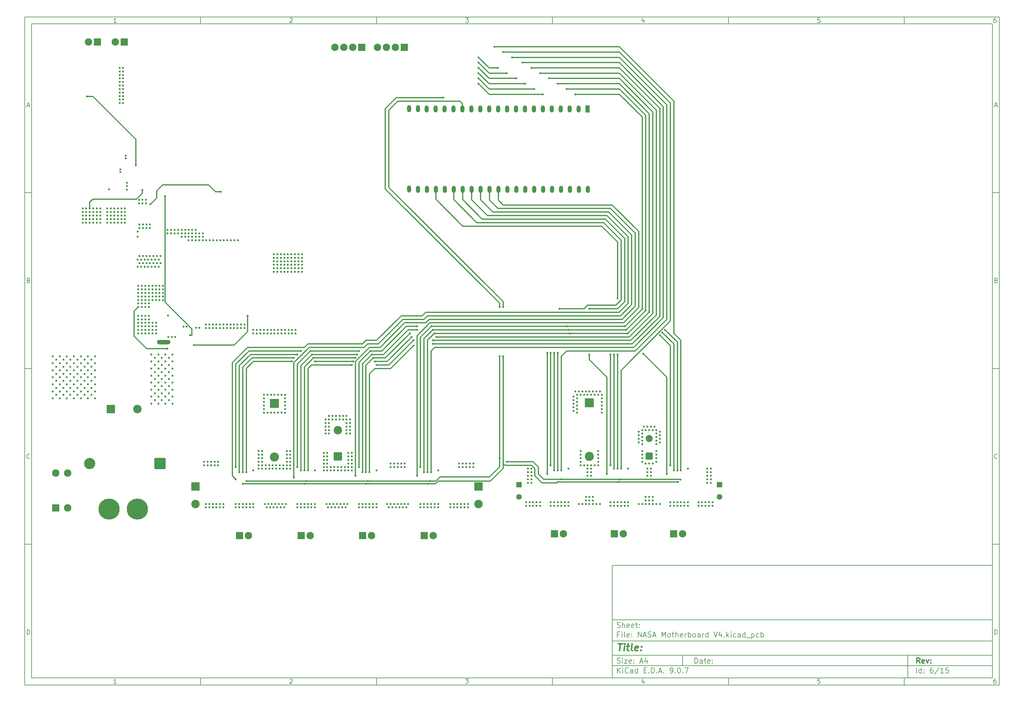
<source format=gbr>
%TF.GenerationSoftware,KiCad,Pcbnew,9.0.7*%
%TF.CreationDate,2026-02-04T11:21:36-05:00*%
%TF.ProjectId,NASA Motherboard V4,4e415341-204d-46f7-9468-6572626f6172,rev?*%
%TF.SameCoordinates,Original*%
%TF.FileFunction,Copper,L6,Bot*%
%TF.FilePolarity,Positive*%
%FSLAX46Y46*%
G04 Gerber Fmt 4.6, Leading zero omitted, Abs format (unit mm)*
G04 Created by KiCad (PCBNEW 9.0.7) date 2026-02-04 11:21:36*
%MOMM*%
%LPD*%
G01*
G04 APERTURE LIST*
G04 Aperture macros list*
%AMRoundRect*
0 Rectangle with rounded corners*
0 $1 Rounding radius*
0 $2 $3 $4 $5 $6 $7 $8 $9 X,Y pos of 4 corners*
0 Add a 4 corners polygon primitive as box body*
4,1,4,$2,$3,$4,$5,$6,$7,$8,$9,$2,$3,0*
0 Add four circle primitives for the rounded corners*
1,1,$1+$1,$2,$3*
1,1,$1+$1,$4,$5*
1,1,$1+$1,$6,$7*
1,1,$1+$1,$8,$9*
0 Add four rect primitives between the rounded corners*
20,1,$1+$1,$2,$3,$4,$5,0*
20,1,$1+$1,$4,$5,$6,$7,0*
20,1,$1+$1,$6,$7,$8,$9,0*
20,1,$1+$1,$8,$9,$2,$3,0*%
G04 Aperture macros list end*
%ADD10C,0.100000*%
%ADD11C,0.150000*%
%ADD12C,0.300000*%
%ADD13C,0.400000*%
%TA.AperFunction,EtchedComponent*%
%ADD14C,0.000000*%
%TD*%
%TA.AperFunction,ComponentPad*%
%ADD15RoundRect,0.250001X0.949999X-0.949999X0.949999X0.949999X-0.949999X0.949999X-0.949999X-0.949999X0*%
%TD*%
%TA.AperFunction,ComponentPad*%
%ADD16C,2.400000*%
%TD*%
%TA.AperFunction,ComponentPad*%
%ADD17RoundRect,0.250000X-1.050000X1.050000X-1.050000X-1.050000X1.050000X-1.050000X1.050000X1.050000X0*%
%TD*%
%TA.AperFunction,ComponentPad*%
%ADD18C,2.600000*%
%TD*%
%TA.AperFunction,ComponentPad*%
%ADD19R,2.108200X2.108200*%
%TD*%
%TA.AperFunction,ComponentPad*%
%ADD20C,2.108200*%
%TD*%
%TA.AperFunction,ComponentPad*%
%ADD21RoundRect,0.250000X1.350000X1.350000X-1.350000X1.350000X-1.350000X-1.350000X1.350000X-1.350000X0*%
%TD*%
%TA.AperFunction,ComponentPad*%
%ADD22C,3.200000*%
%TD*%
%TA.AperFunction,ComponentPad*%
%ADD23RoundRect,0.250001X0.799999X0.799999X-0.799999X0.799999X-0.799999X-0.799999X0.799999X-0.799999X0*%
%TD*%
%TA.AperFunction,ComponentPad*%
%ADD24C,2.100000*%
%TD*%
%TA.AperFunction,ComponentPad*%
%ADD25RoundRect,0.250000X-0.550000X0.550000X-0.550000X-0.550000X0.550000X-0.550000X0.550000X0.550000X0*%
%TD*%
%TA.AperFunction,ComponentPad*%
%ADD26C,1.600000*%
%TD*%
%TA.AperFunction,ComponentPad*%
%ADD27RoundRect,0.250001X-0.799999X-0.799999X0.799999X-0.799999X0.799999X0.799999X-0.799999X0.799999X0*%
%TD*%
%TA.AperFunction,ComponentPad*%
%ADD28RoundRect,0.250001X-0.949999X0.949999X-0.949999X-0.949999X0.949999X-0.949999X0.949999X0.949999X0*%
%TD*%
%TA.AperFunction,ComponentPad*%
%ADD29RoundRect,0.250001X-0.949999X-0.949999X0.949999X-0.949999X0.949999X0.949999X-0.949999X0.949999X0*%
%TD*%
%TA.AperFunction,ComponentPad*%
%ADD30R,1.200000X2.000000*%
%TD*%
%TA.AperFunction,ComponentPad*%
%ADD31O,1.200000X2.000000*%
%TD*%
%TA.AperFunction,ComponentPad*%
%ADD32C,1.300000*%
%TD*%
%TA.AperFunction,ComponentPad*%
%ADD33RoundRect,0.250000X0.750000X-0.750000X0.750000X0.750000X-0.750000X0.750000X-0.750000X-0.750000X0*%
%TD*%
%TA.AperFunction,ComponentPad*%
%ADD34C,2.000000*%
%TD*%
%TA.AperFunction,ComponentPad*%
%ADD35C,6.000000*%
%TD*%
%TA.AperFunction,ViaPad*%
%ADD36C,0.600000*%
%TD*%
%TA.AperFunction,Conductor*%
%ADD37C,0.300000*%
%TD*%
G04 APERTURE END LIST*
D10*
D11*
X177002200Y-166007200D02*
X285002200Y-166007200D01*
X285002200Y-198007200D01*
X177002200Y-198007200D01*
X177002200Y-166007200D01*
D10*
D11*
X10000000Y-10000000D02*
X287002200Y-10000000D01*
X287002200Y-200007200D01*
X10000000Y-200007200D01*
X10000000Y-10000000D01*
D10*
D11*
X12000000Y-12000000D02*
X285002200Y-12000000D01*
X285002200Y-198007200D01*
X12000000Y-198007200D01*
X12000000Y-12000000D01*
D10*
D11*
X60000000Y-12000000D02*
X60000000Y-10000000D01*
D10*
D11*
X110000000Y-12000000D02*
X110000000Y-10000000D01*
D10*
D11*
X160000000Y-12000000D02*
X160000000Y-10000000D01*
D10*
D11*
X210000000Y-12000000D02*
X210000000Y-10000000D01*
D10*
D11*
X260000000Y-12000000D02*
X260000000Y-10000000D01*
D10*
D11*
X36089160Y-11593604D02*
X35346303Y-11593604D01*
X35717731Y-11593604D02*
X35717731Y-10293604D01*
X35717731Y-10293604D02*
X35593922Y-10479319D01*
X35593922Y-10479319D02*
X35470112Y-10603128D01*
X35470112Y-10603128D02*
X35346303Y-10665033D01*
D10*
D11*
X85346303Y-10417414D02*
X85408207Y-10355509D01*
X85408207Y-10355509D02*
X85532017Y-10293604D01*
X85532017Y-10293604D02*
X85841541Y-10293604D01*
X85841541Y-10293604D02*
X85965350Y-10355509D01*
X85965350Y-10355509D02*
X86027255Y-10417414D01*
X86027255Y-10417414D02*
X86089160Y-10541223D01*
X86089160Y-10541223D02*
X86089160Y-10665033D01*
X86089160Y-10665033D02*
X86027255Y-10850747D01*
X86027255Y-10850747D02*
X85284398Y-11593604D01*
X85284398Y-11593604D02*
X86089160Y-11593604D01*
D10*
D11*
X135284398Y-10293604D02*
X136089160Y-10293604D01*
X136089160Y-10293604D02*
X135655826Y-10788842D01*
X135655826Y-10788842D02*
X135841541Y-10788842D01*
X135841541Y-10788842D02*
X135965350Y-10850747D01*
X135965350Y-10850747D02*
X136027255Y-10912652D01*
X136027255Y-10912652D02*
X136089160Y-11036461D01*
X136089160Y-11036461D02*
X136089160Y-11345985D01*
X136089160Y-11345985D02*
X136027255Y-11469795D01*
X136027255Y-11469795D02*
X135965350Y-11531700D01*
X135965350Y-11531700D02*
X135841541Y-11593604D01*
X135841541Y-11593604D02*
X135470112Y-11593604D01*
X135470112Y-11593604D02*
X135346303Y-11531700D01*
X135346303Y-11531700D02*
X135284398Y-11469795D01*
D10*
D11*
X185965350Y-10726938D02*
X185965350Y-11593604D01*
X185655826Y-10231700D02*
X185346303Y-11160271D01*
X185346303Y-11160271D02*
X186151064Y-11160271D01*
D10*
D11*
X236027255Y-10293604D02*
X235408207Y-10293604D01*
X235408207Y-10293604D02*
X235346303Y-10912652D01*
X235346303Y-10912652D02*
X235408207Y-10850747D01*
X235408207Y-10850747D02*
X235532017Y-10788842D01*
X235532017Y-10788842D02*
X235841541Y-10788842D01*
X235841541Y-10788842D02*
X235965350Y-10850747D01*
X235965350Y-10850747D02*
X236027255Y-10912652D01*
X236027255Y-10912652D02*
X236089160Y-11036461D01*
X236089160Y-11036461D02*
X236089160Y-11345985D01*
X236089160Y-11345985D02*
X236027255Y-11469795D01*
X236027255Y-11469795D02*
X235965350Y-11531700D01*
X235965350Y-11531700D02*
X235841541Y-11593604D01*
X235841541Y-11593604D02*
X235532017Y-11593604D01*
X235532017Y-11593604D02*
X235408207Y-11531700D01*
X235408207Y-11531700D02*
X235346303Y-11469795D01*
D10*
D11*
X285965350Y-10293604D02*
X285717731Y-10293604D01*
X285717731Y-10293604D02*
X285593922Y-10355509D01*
X285593922Y-10355509D02*
X285532017Y-10417414D01*
X285532017Y-10417414D02*
X285408207Y-10603128D01*
X285408207Y-10603128D02*
X285346303Y-10850747D01*
X285346303Y-10850747D02*
X285346303Y-11345985D01*
X285346303Y-11345985D02*
X285408207Y-11469795D01*
X285408207Y-11469795D02*
X285470112Y-11531700D01*
X285470112Y-11531700D02*
X285593922Y-11593604D01*
X285593922Y-11593604D02*
X285841541Y-11593604D01*
X285841541Y-11593604D02*
X285965350Y-11531700D01*
X285965350Y-11531700D02*
X286027255Y-11469795D01*
X286027255Y-11469795D02*
X286089160Y-11345985D01*
X286089160Y-11345985D02*
X286089160Y-11036461D01*
X286089160Y-11036461D02*
X286027255Y-10912652D01*
X286027255Y-10912652D02*
X285965350Y-10850747D01*
X285965350Y-10850747D02*
X285841541Y-10788842D01*
X285841541Y-10788842D02*
X285593922Y-10788842D01*
X285593922Y-10788842D02*
X285470112Y-10850747D01*
X285470112Y-10850747D02*
X285408207Y-10912652D01*
X285408207Y-10912652D02*
X285346303Y-11036461D01*
D10*
D11*
X60000000Y-198007200D02*
X60000000Y-200007200D01*
D10*
D11*
X110000000Y-198007200D02*
X110000000Y-200007200D01*
D10*
D11*
X160000000Y-198007200D02*
X160000000Y-200007200D01*
D10*
D11*
X210000000Y-198007200D02*
X210000000Y-200007200D01*
D10*
D11*
X260000000Y-198007200D02*
X260000000Y-200007200D01*
D10*
D11*
X36089160Y-199600804D02*
X35346303Y-199600804D01*
X35717731Y-199600804D02*
X35717731Y-198300804D01*
X35717731Y-198300804D02*
X35593922Y-198486519D01*
X35593922Y-198486519D02*
X35470112Y-198610328D01*
X35470112Y-198610328D02*
X35346303Y-198672233D01*
D10*
D11*
X85346303Y-198424614D02*
X85408207Y-198362709D01*
X85408207Y-198362709D02*
X85532017Y-198300804D01*
X85532017Y-198300804D02*
X85841541Y-198300804D01*
X85841541Y-198300804D02*
X85965350Y-198362709D01*
X85965350Y-198362709D02*
X86027255Y-198424614D01*
X86027255Y-198424614D02*
X86089160Y-198548423D01*
X86089160Y-198548423D02*
X86089160Y-198672233D01*
X86089160Y-198672233D02*
X86027255Y-198857947D01*
X86027255Y-198857947D02*
X85284398Y-199600804D01*
X85284398Y-199600804D02*
X86089160Y-199600804D01*
D10*
D11*
X135284398Y-198300804D02*
X136089160Y-198300804D01*
X136089160Y-198300804D02*
X135655826Y-198796042D01*
X135655826Y-198796042D02*
X135841541Y-198796042D01*
X135841541Y-198796042D02*
X135965350Y-198857947D01*
X135965350Y-198857947D02*
X136027255Y-198919852D01*
X136027255Y-198919852D02*
X136089160Y-199043661D01*
X136089160Y-199043661D02*
X136089160Y-199353185D01*
X136089160Y-199353185D02*
X136027255Y-199476995D01*
X136027255Y-199476995D02*
X135965350Y-199538900D01*
X135965350Y-199538900D02*
X135841541Y-199600804D01*
X135841541Y-199600804D02*
X135470112Y-199600804D01*
X135470112Y-199600804D02*
X135346303Y-199538900D01*
X135346303Y-199538900D02*
X135284398Y-199476995D01*
D10*
D11*
X185965350Y-198734138D02*
X185965350Y-199600804D01*
X185655826Y-198238900D02*
X185346303Y-199167471D01*
X185346303Y-199167471D02*
X186151064Y-199167471D01*
D10*
D11*
X236027255Y-198300804D02*
X235408207Y-198300804D01*
X235408207Y-198300804D02*
X235346303Y-198919852D01*
X235346303Y-198919852D02*
X235408207Y-198857947D01*
X235408207Y-198857947D02*
X235532017Y-198796042D01*
X235532017Y-198796042D02*
X235841541Y-198796042D01*
X235841541Y-198796042D02*
X235965350Y-198857947D01*
X235965350Y-198857947D02*
X236027255Y-198919852D01*
X236027255Y-198919852D02*
X236089160Y-199043661D01*
X236089160Y-199043661D02*
X236089160Y-199353185D01*
X236089160Y-199353185D02*
X236027255Y-199476995D01*
X236027255Y-199476995D02*
X235965350Y-199538900D01*
X235965350Y-199538900D02*
X235841541Y-199600804D01*
X235841541Y-199600804D02*
X235532017Y-199600804D01*
X235532017Y-199600804D02*
X235408207Y-199538900D01*
X235408207Y-199538900D02*
X235346303Y-199476995D01*
D10*
D11*
X285965350Y-198300804D02*
X285717731Y-198300804D01*
X285717731Y-198300804D02*
X285593922Y-198362709D01*
X285593922Y-198362709D02*
X285532017Y-198424614D01*
X285532017Y-198424614D02*
X285408207Y-198610328D01*
X285408207Y-198610328D02*
X285346303Y-198857947D01*
X285346303Y-198857947D02*
X285346303Y-199353185D01*
X285346303Y-199353185D02*
X285408207Y-199476995D01*
X285408207Y-199476995D02*
X285470112Y-199538900D01*
X285470112Y-199538900D02*
X285593922Y-199600804D01*
X285593922Y-199600804D02*
X285841541Y-199600804D01*
X285841541Y-199600804D02*
X285965350Y-199538900D01*
X285965350Y-199538900D02*
X286027255Y-199476995D01*
X286027255Y-199476995D02*
X286089160Y-199353185D01*
X286089160Y-199353185D02*
X286089160Y-199043661D01*
X286089160Y-199043661D02*
X286027255Y-198919852D01*
X286027255Y-198919852D02*
X285965350Y-198857947D01*
X285965350Y-198857947D02*
X285841541Y-198796042D01*
X285841541Y-198796042D02*
X285593922Y-198796042D01*
X285593922Y-198796042D02*
X285470112Y-198857947D01*
X285470112Y-198857947D02*
X285408207Y-198919852D01*
X285408207Y-198919852D02*
X285346303Y-199043661D01*
D10*
D11*
X10000000Y-60000000D02*
X12000000Y-60000000D01*
D10*
D11*
X10000000Y-110000000D02*
X12000000Y-110000000D01*
D10*
D11*
X10000000Y-160000000D02*
X12000000Y-160000000D01*
D10*
D11*
X10690476Y-35222176D02*
X11309523Y-35222176D01*
X10566666Y-35593604D02*
X10999999Y-34293604D01*
X10999999Y-34293604D02*
X11433333Y-35593604D01*
D10*
D11*
X11092857Y-84912652D02*
X11278571Y-84974557D01*
X11278571Y-84974557D02*
X11340476Y-85036461D01*
X11340476Y-85036461D02*
X11402380Y-85160271D01*
X11402380Y-85160271D02*
X11402380Y-85345985D01*
X11402380Y-85345985D02*
X11340476Y-85469795D01*
X11340476Y-85469795D02*
X11278571Y-85531700D01*
X11278571Y-85531700D02*
X11154761Y-85593604D01*
X11154761Y-85593604D02*
X10659523Y-85593604D01*
X10659523Y-85593604D02*
X10659523Y-84293604D01*
X10659523Y-84293604D02*
X11092857Y-84293604D01*
X11092857Y-84293604D02*
X11216666Y-84355509D01*
X11216666Y-84355509D02*
X11278571Y-84417414D01*
X11278571Y-84417414D02*
X11340476Y-84541223D01*
X11340476Y-84541223D02*
X11340476Y-84665033D01*
X11340476Y-84665033D02*
X11278571Y-84788842D01*
X11278571Y-84788842D02*
X11216666Y-84850747D01*
X11216666Y-84850747D02*
X11092857Y-84912652D01*
X11092857Y-84912652D02*
X10659523Y-84912652D01*
D10*
D11*
X11402380Y-135469795D02*
X11340476Y-135531700D01*
X11340476Y-135531700D02*
X11154761Y-135593604D01*
X11154761Y-135593604D02*
X11030952Y-135593604D01*
X11030952Y-135593604D02*
X10845238Y-135531700D01*
X10845238Y-135531700D02*
X10721428Y-135407890D01*
X10721428Y-135407890D02*
X10659523Y-135284080D01*
X10659523Y-135284080D02*
X10597619Y-135036461D01*
X10597619Y-135036461D02*
X10597619Y-134850747D01*
X10597619Y-134850747D02*
X10659523Y-134603128D01*
X10659523Y-134603128D02*
X10721428Y-134479319D01*
X10721428Y-134479319D02*
X10845238Y-134355509D01*
X10845238Y-134355509D02*
X11030952Y-134293604D01*
X11030952Y-134293604D02*
X11154761Y-134293604D01*
X11154761Y-134293604D02*
X11340476Y-134355509D01*
X11340476Y-134355509D02*
X11402380Y-134417414D01*
D10*
D11*
X10659523Y-185593604D02*
X10659523Y-184293604D01*
X10659523Y-184293604D02*
X10969047Y-184293604D01*
X10969047Y-184293604D02*
X11154761Y-184355509D01*
X11154761Y-184355509D02*
X11278571Y-184479319D01*
X11278571Y-184479319D02*
X11340476Y-184603128D01*
X11340476Y-184603128D02*
X11402380Y-184850747D01*
X11402380Y-184850747D02*
X11402380Y-185036461D01*
X11402380Y-185036461D02*
X11340476Y-185284080D01*
X11340476Y-185284080D02*
X11278571Y-185407890D01*
X11278571Y-185407890D02*
X11154761Y-185531700D01*
X11154761Y-185531700D02*
X10969047Y-185593604D01*
X10969047Y-185593604D02*
X10659523Y-185593604D01*
D10*
D11*
X287002200Y-60000000D02*
X285002200Y-60000000D01*
D10*
D11*
X287002200Y-110000000D02*
X285002200Y-110000000D01*
D10*
D11*
X287002200Y-160000000D02*
X285002200Y-160000000D01*
D10*
D11*
X285692676Y-35222176D02*
X286311723Y-35222176D01*
X285568866Y-35593604D02*
X286002199Y-34293604D01*
X286002199Y-34293604D02*
X286435533Y-35593604D01*
D10*
D11*
X286095057Y-84912652D02*
X286280771Y-84974557D01*
X286280771Y-84974557D02*
X286342676Y-85036461D01*
X286342676Y-85036461D02*
X286404580Y-85160271D01*
X286404580Y-85160271D02*
X286404580Y-85345985D01*
X286404580Y-85345985D02*
X286342676Y-85469795D01*
X286342676Y-85469795D02*
X286280771Y-85531700D01*
X286280771Y-85531700D02*
X286156961Y-85593604D01*
X286156961Y-85593604D02*
X285661723Y-85593604D01*
X285661723Y-85593604D02*
X285661723Y-84293604D01*
X285661723Y-84293604D02*
X286095057Y-84293604D01*
X286095057Y-84293604D02*
X286218866Y-84355509D01*
X286218866Y-84355509D02*
X286280771Y-84417414D01*
X286280771Y-84417414D02*
X286342676Y-84541223D01*
X286342676Y-84541223D02*
X286342676Y-84665033D01*
X286342676Y-84665033D02*
X286280771Y-84788842D01*
X286280771Y-84788842D02*
X286218866Y-84850747D01*
X286218866Y-84850747D02*
X286095057Y-84912652D01*
X286095057Y-84912652D02*
X285661723Y-84912652D01*
D10*
D11*
X286404580Y-135469795D02*
X286342676Y-135531700D01*
X286342676Y-135531700D02*
X286156961Y-135593604D01*
X286156961Y-135593604D02*
X286033152Y-135593604D01*
X286033152Y-135593604D02*
X285847438Y-135531700D01*
X285847438Y-135531700D02*
X285723628Y-135407890D01*
X285723628Y-135407890D02*
X285661723Y-135284080D01*
X285661723Y-135284080D02*
X285599819Y-135036461D01*
X285599819Y-135036461D02*
X285599819Y-134850747D01*
X285599819Y-134850747D02*
X285661723Y-134603128D01*
X285661723Y-134603128D02*
X285723628Y-134479319D01*
X285723628Y-134479319D02*
X285847438Y-134355509D01*
X285847438Y-134355509D02*
X286033152Y-134293604D01*
X286033152Y-134293604D02*
X286156961Y-134293604D01*
X286156961Y-134293604D02*
X286342676Y-134355509D01*
X286342676Y-134355509D02*
X286404580Y-134417414D01*
D10*
D11*
X285661723Y-185593604D02*
X285661723Y-184293604D01*
X285661723Y-184293604D02*
X285971247Y-184293604D01*
X285971247Y-184293604D02*
X286156961Y-184355509D01*
X286156961Y-184355509D02*
X286280771Y-184479319D01*
X286280771Y-184479319D02*
X286342676Y-184603128D01*
X286342676Y-184603128D02*
X286404580Y-184850747D01*
X286404580Y-184850747D02*
X286404580Y-185036461D01*
X286404580Y-185036461D02*
X286342676Y-185284080D01*
X286342676Y-185284080D02*
X286280771Y-185407890D01*
X286280771Y-185407890D02*
X286156961Y-185531700D01*
X286156961Y-185531700D02*
X285971247Y-185593604D01*
X285971247Y-185593604D02*
X285661723Y-185593604D01*
D10*
D11*
X200458026Y-193793328D02*
X200458026Y-192293328D01*
X200458026Y-192293328D02*
X200815169Y-192293328D01*
X200815169Y-192293328D02*
X201029455Y-192364757D01*
X201029455Y-192364757D02*
X201172312Y-192507614D01*
X201172312Y-192507614D02*
X201243741Y-192650471D01*
X201243741Y-192650471D02*
X201315169Y-192936185D01*
X201315169Y-192936185D02*
X201315169Y-193150471D01*
X201315169Y-193150471D02*
X201243741Y-193436185D01*
X201243741Y-193436185D02*
X201172312Y-193579042D01*
X201172312Y-193579042D02*
X201029455Y-193721900D01*
X201029455Y-193721900D02*
X200815169Y-193793328D01*
X200815169Y-193793328D02*
X200458026Y-193793328D01*
X202600884Y-193793328D02*
X202600884Y-193007614D01*
X202600884Y-193007614D02*
X202529455Y-192864757D01*
X202529455Y-192864757D02*
X202386598Y-192793328D01*
X202386598Y-192793328D02*
X202100884Y-192793328D01*
X202100884Y-192793328D02*
X201958026Y-192864757D01*
X202600884Y-193721900D02*
X202458026Y-193793328D01*
X202458026Y-193793328D02*
X202100884Y-193793328D01*
X202100884Y-193793328D02*
X201958026Y-193721900D01*
X201958026Y-193721900D02*
X201886598Y-193579042D01*
X201886598Y-193579042D02*
X201886598Y-193436185D01*
X201886598Y-193436185D02*
X201958026Y-193293328D01*
X201958026Y-193293328D02*
X202100884Y-193221900D01*
X202100884Y-193221900D02*
X202458026Y-193221900D01*
X202458026Y-193221900D02*
X202600884Y-193150471D01*
X203100884Y-192793328D02*
X203672312Y-192793328D01*
X203315169Y-192293328D02*
X203315169Y-193579042D01*
X203315169Y-193579042D02*
X203386598Y-193721900D01*
X203386598Y-193721900D02*
X203529455Y-193793328D01*
X203529455Y-193793328D02*
X203672312Y-193793328D01*
X204743741Y-193721900D02*
X204600884Y-193793328D01*
X204600884Y-193793328D02*
X204315170Y-193793328D01*
X204315170Y-193793328D02*
X204172312Y-193721900D01*
X204172312Y-193721900D02*
X204100884Y-193579042D01*
X204100884Y-193579042D02*
X204100884Y-193007614D01*
X204100884Y-193007614D02*
X204172312Y-192864757D01*
X204172312Y-192864757D02*
X204315170Y-192793328D01*
X204315170Y-192793328D02*
X204600884Y-192793328D01*
X204600884Y-192793328D02*
X204743741Y-192864757D01*
X204743741Y-192864757D02*
X204815170Y-193007614D01*
X204815170Y-193007614D02*
X204815170Y-193150471D01*
X204815170Y-193150471D02*
X204100884Y-193293328D01*
X205458026Y-193650471D02*
X205529455Y-193721900D01*
X205529455Y-193721900D02*
X205458026Y-193793328D01*
X205458026Y-193793328D02*
X205386598Y-193721900D01*
X205386598Y-193721900D02*
X205458026Y-193650471D01*
X205458026Y-193650471D02*
X205458026Y-193793328D01*
X205458026Y-192864757D02*
X205529455Y-192936185D01*
X205529455Y-192936185D02*
X205458026Y-193007614D01*
X205458026Y-193007614D02*
X205386598Y-192936185D01*
X205386598Y-192936185D02*
X205458026Y-192864757D01*
X205458026Y-192864757D02*
X205458026Y-193007614D01*
D10*
D11*
X177002200Y-194507200D02*
X285002200Y-194507200D01*
D10*
D11*
X178458026Y-196593328D02*
X178458026Y-195093328D01*
X179315169Y-196593328D02*
X178672312Y-195736185D01*
X179315169Y-195093328D02*
X178458026Y-195950471D01*
X179958026Y-196593328D02*
X179958026Y-195593328D01*
X179958026Y-195093328D02*
X179886598Y-195164757D01*
X179886598Y-195164757D02*
X179958026Y-195236185D01*
X179958026Y-195236185D02*
X180029455Y-195164757D01*
X180029455Y-195164757D02*
X179958026Y-195093328D01*
X179958026Y-195093328D02*
X179958026Y-195236185D01*
X181529455Y-196450471D02*
X181458027Y-196521900D01*
X181458027Y-196521900D02*
X181243741Y-196593328D01*
X181243741Y-196593328D02*
X181100884Y-196593328D01*
X181100884Y-196593328D02*
X180886598Y-196521900D01*
X180886598Y-196521900D02*
X180743741Y-196379042D01*
X180743741Y-196379042D02*
X180672312Y-196236185D01*
X180672312Y-196236185D02*
X180600884Y-195950471D01*
X180600884Y-195950471D02*
X180600884Y-195736185D01*
X180600884Y-195736185D02*
X180672312Y-195450471D01*
X180672312Y-195450471D02*
X180743741Y-195307614D01*
X180743741Y-195307614D02*
X180886598Y-195164757D01*
X180886598Y-195164757D02*
X181100884Y-195093328D01*
X181100884Y-195093328D02*
X181243741Y-195093328D01*
X181243741Y-195093328D02*
X181458027Y-195164757D01*
X181458027Y-195164757D02*
X181529455Y-195236185D01*
X182815170Y-196593328D02*
X182815170Y-195807614D01*
X182815170Y-195807614D02*
X182743741Y-195664757D01*
X182743741Y-195664757D02*
X182600884Y-195593328D01*
X182600884Y-195593328D02*
X182315170Y-195593328D01*
X182315170Y-195593328D02*
X182172312Y-195664757D01*
X182815170Y-196521900D02*
X182672312Y-196593328D01*
X182672312Y-196593328D02*
X182315170Y-196593328D01*
X182315170Y-196593328D02*
X182172312Y-196521900D01*
X182172312Y-196521900D02*
X182100884Y-196379042D01*
X182100884Y-196379042D02*
X182100884Y-196236185D01*
X182100884Y-196236185D02*
X182172312Y-196093328D01*
X182172312Y-196093328D02*
X182315170Y-196021900D01*
X182315170Y-196021900D02*
X182672312Y-196021900D01*
X182672312Y-196021900D02*
X182815170Y-195950471D01*
X184172313Y-196593328D02*
X184172313Y-195093328D01*
X184172313Y-196521900D02*
X184029455Y-196593328D01*
X184029455Y-196593328D02*
X183743741Y-196593328D01*
X183743741Y-196593328D02*
X183600884Y-196521900D01*
X183600884Y-196521900D02*
X183529455Y-196450471D01*
X183529455Y-196450471D02*
X183458027Y-196307614D01*
X183458027Y-196307614D02*
X183458027Y-195879042D01*
X183458027Y-195879042D02*
X183529455Y-195736185D01*
X183529455Y-195736185D02*
X183600884Y-195664757D01*
X183600884Y-195664757D02*
X183743741Y-195593328D01*
X183743741Y-195593328D02*
X184029455Y-195593328D01*
X184029455Y-195593328D02*
X184172313Y-195664757D01*
X186029455Y-195807614D02*
X186529455Y-195807614D01*
X186743741Y-196593328D02*
X186029455Y-196593328D01*
X186029455Y-196593328D02*
X186029455Y-195093328D01*
X186029455Y-195093328D02*
X186743741Y-195093328D01*
X187386598Y-196450471D02*
X187458027Y-196521900D01*
X187458027Y-196521900D02*
X187386598Y-196593328D01*
X187386598Y-196593328D02*
X187315170Y-196521900D01*
X187315170Y-196521900D02*
X187386598Y-196450471D01*
X187386598Y-196450471D02*
X187386598Y-196593328D01*
X188100884Y-196593328D02*
X188100884Y-195093328D01*
X188100884Y-195093328D02*
X188458027Y-195093328D01*
X188458027Y-195093328D02*
X188672313Y-195164757D01*
X188672313Y-195164757D02*
X188815170Y-195307614D01*
X188815170Y-195307614D02*
X188886599Y-195450471D01*
X188886599Y-195450471D02*
X188958027Y-195736185D01*
X188958027Y-195736185D02*
X188958027Y-195950471D01*
X188958027Y-195950471D02*
X188886599Y-196236185D01*
X188886599Y-196236185D02*
X188815170Y-196379042D01*
X188815170Y-196379042D02*
X188672313Y-196521900D01*
X188672313Y-196521900D02*
X188458027Y-196593328D01*
X188458027Y-196593328D02*
X188100884Y-196593328D01*
X189600884Y-196450471D02*
X189672313Y-196521900D01*
X189672313Y-196521900D02*
X189600884Y-196593328D01*
X189600884Y-196593328D02*
X189529456Y-196521900D01*
X189529456Y-196521900D02*
X189600884Y-196450471D01*
X189600884Y-196450471D02*
X189600884Y-196593328D01*
X190243742Y-196164757D02*
X190958028Y-196164757D01*
X190100885Y-196593328D02*
X190600885Y-195093328D01*
X190600885Y-195093328D02*
X191100885Y-196593328D01*
X191600884Y-196450471D02*
X191672313Y-196521900D01*
X191672313Y-196521900D02*
X191600884Y-196593328D01*
X191600884Y-196593328D02*
X191529456Y-196521900D01*
X191529456Y-196521900D02*
X191600884Y-196450471D01*
X191600884Y-196450471D02*
X191600884Y-196593328D01*
X193529456Y-196593328D02*
X193815170Y-196593328D01*
X193815170Y-196593328D02*
X193958027Y-196521900D01*
X193958027Y-196521900D02*
X194029456Y-196450471D01*
X194029456Y-196450471D02*
X194172313Y-196236185D01*
X194172313Y-196236185D02*
X194243742Y-195950471D01*
X194243742Y-195950471D02*
X194243742Y-195379042D01*
X194243742Y-195379042D02*
X194172313Y-195236185D01*
X194172313Y-195236185D02*
X194100885Y-195164757D01*
X194100885Y-195164757D02*
X193958027Y-195093328D01*
X193958027Y-195093328D02*
X193672313Y-195093328D01*
X193672313Y-195093328D02*
X193529456Y-195164757D01*
X193529456Y-195164757D02*
X193458027Y-195236185D01*
X193458027Y-195236185D02*
X193386599Y-195379042D01*
X193386599Y-195379042D02*
X193386599Y-195736185D01*
X193386599Y-195736185D02*
X193458027Y-195879042D01*
X193458027Y-195879042D02*
X193529456Y-195950471D01*
X193529456Y-195950471D02*
X193672313Y-196021900D01*
X193672313Y-196021900D02*
X193958027Y-196021900D01*
X193958027Y-196021900D02*
X194100885Y-195950471D01*
X194100885Y-195950471D02*
X194172313Y-195879042D01*
X194172313Y-195879042D02*
X194243742Y-195736185D01*
X194886598Y-196450471D02*
X194958027Y-196521900D01*
X194958027Y-196521900D02*
X194886598Y-196593328D01*
X194886598Y-196593328D02*
X194815170Y-196521900D01*
X194815170Y-196521900D02*
X194886598Y-196450471D01*
X194886598Y-196450471D02*
X194886598Y-196593328D01*
X195886599Y-195093328D02*
X196029456Y-195093328D01*
X196029456Y-195093328D02*
X196172313Y-195164757D01*
X196172313Y-195164757D02*
X196243742Y-195236185D01*
X196243742Y-195236185D02*
X196315170Y-195379042D01*
X196315170Y-195379042D02*
X196386599Y-195664757D01*
X196386599Y-195664757D02*
X196386599Y-196021900D01*
X196386599Y-196021900D02*
X196315170Y-196307614D01*
X196315170Y-196307614D02*
X196243742Y-196450471D01*
X196243742Y-196450471D02*
X196172313Y-196521900D01*
X196172313Y-196521900D02*
X196029456Y-196593328D01*
X196029456Y-196593328D02*
X195886599Y-196593328D01*
X195886599Y-196593328D02*
X195743742Y-196521900D01*
X195743742Y-196521900D02*
X195672313Y-196450471D01*
X195672313Y-196450471D02*
X195600884Y-196307614D01*
X195600884Y-196307614D02*
X195529456Y-196021900D01*
X195529456Y-196021900D02*
X195529456Y-195664757D01*
X195529456Y-195664757D02*
X195600884Y-195379042D01*
X195600884Y-195379042D02*
X195672313Y-195236185D01*
X195672313Y-195236185D02*
X195743742Y-195164757D01*
X195743742Y-195164757D02*
X195886599Y-195093328D01*
X197029455Y-196450471D02*
X197100884Y-196521900D01*
X197100884Y-196521900D02*
X197029455Y-196593328D01*
X197029455Y-196593328D02*
X196958027Y-196521900D01*
X196958027Y-196521900D02*
X197029455Y-196450471D01*
X197029455Y-196450471D02*
X197029455Y-196593328D01*
X197600884Y-195093328D02*
X198600884Y-195093328D01*
X198600884Y-195093328D02*
X197958027Y-196593328D01*
D10*
D11*
X177002200Y-191507200D02*
X285002200Y-191507200D01*
D10*
D12*
X264413853Y-193785528D02*
X263913853Y-193071242D01*
X263556710Y-193785528D02*
X263556710Y-192285528D01*
X263556710Y-192285528D02*
X264128139Y-192285528D01*
X264128139Y-192285528D02*
X264270996Y-192356957D01*
X264270996Y-192356957D02*
X264342425Y-192428385D01*
X264342425Y-192428385D02*
X264413853Y-192571242D01*
X264413853Y-192571242D02*
X264413853Y-192785528D01*
X264413853Y-192785528D02*
X264342425Y-192928385D01*
X264342425Y-192928385D02*
X264270996Y-192999814D01*
X264270996Y-192999814D02*
X264128139Y-193071242D01*
X264128139Y-193071242D02*
X263556710Y-193071242D01*
X265628139Y-193714100D02*
X265485282Y-193785528D01*
X265485282Y-193785528D02*
X265199568Y-193785528D01*
X265199568Y-193785528D02*
X265056710Y-193714100D01*
X265056710Y-193714100D02*
X264985282Y-193571242D01*
X264985282Y-193571242D02*
X264985282Y-192999814D01*
X264985282Y-192999814D02*
X265056710Y-192856957D01*
X265056710Y-192856957D02*
X265199568Y-192785528D01*
X265199568Y-192785528D02*
X265485282Y-192785528D01*
X265485282Y-192785528D02*
X265628139Y-192856957D01*
X265628139Y-192856957D02*
X265699568Y-192999814D01*
X265699568Y-192999814D02*
X265699568Y-193142671D01*
X265699568Y-193142671D02*
X264985282Y-193285528D01*
X266199567Y-192785528D02*
X266556710Y-193785528D01*
X266556710Y-193785528D02*
X266913853Y-192785528D01*
X267485281Y-193642671D02*
X267556710Y-193714100D01*
X267556710Y-193714100D02*
X267485281Y-193785528D01*
X267485281Y-193785528D02*
X267413853Y-193714100D01*
X267413853Y-193714100D02*
X267485281Y-193642671D01*
X267485281Y-193642671D02*
X267485281Y-193785528D01*
X267485281Y-192856957D02*
X267556710Y-192928385D01*
X267556710Y-192928385D02*
X267485281Y-192999814D01*
X267485281Y-192999814D02*
X267413853Y-192928385D01*
X267413853Y-192928385D02*
X267485281Y-192856957D01*
X267485281Y-192856957D02*
X267485281Y-192999814D01*
D10*
D11*
X178386598Y-193721900D02*
X178600884Y-193793328D01*
X178600884Y-193793328D02*
X178958026Y-193793328D01*
X178958026Y-193793328D02*
X179100884Y-193721900D01*
X179100884Y-193721900D02*
X179172312Y-193650471D01*
X179172312Y-193650471D02*
X179243741Y-193507614D01*
X179243741Y-193507614D02*
X179243741Y-193364757D01*
X179243741Y-193364757D02*
X179172312Y-193221900D01*
X179172312Y-193221900D02*
X179100884Y-193150471D01*
X179100884Y-193150471D02*
X178958026Y-193079042D01*
X178958026Y-193079042D02*
X178672312Y-193007614D01*
X178672312Y-193007614D02*
X178529455Y-192936185D01*
X178529455Y-192936185D02*
X178458026Y-192864757D01*
X178458026Y-192864757D02*
X178386598Y-192721900D01*
X178386598Y-192721900D02*
X178386598Y-192579042D01*
X178386598Y-192579042D02*
X178458026Y-192436185D01*
X178458026Y-192436185D02*
X178529455Y-192364757D01*
X178529455Y-192364757D02*
X178672312Y-192293328D01*
X178672312Y-192293328D02*
X179029455Y-192293328D01*
X179029455Y-192293328D02*
X179243741Y-192364757D01*
X179886597Y-193793328D02*
X179886597Y-192793328D01*
X179886597Y-192293328D02*
X179815169Y-192364757D01*
X179815169Y-192364757D02*
X179886597Y-192436185D01*
X179886597Y-192436185D02*
X179958026Y-192364757D01*
X179958026Y-192364757D02*
X179886597Y-192293328D01*
X179886597Y-192293328D02*
X179886597Y-192436185D01*
X180458026Y-192793328D02*
X181243741Y-192793328D01*
X181243741Y-192793328D02*
X180458026Y-193793328D01*
X180458026Y-193793328D02*
X181243741Y-193793328D01*
X182386598Y-193721900D02*
X182243741Y-193793328D01*
X182243741Y-193793328D02*
X181958027Y-193793328D01*
X181958027Y-193793328D02*
X181815169Y-193721900D01*
X181815169Y-193721900D02*
X181743741Y-193579042D01*
X181743741Y-193579042D02*
X181743741Y-193007614D01*
X181743741Y-193007614D02*
X181815169Y-192864757D01*
X181815169Y-192864757D02*
X181958027Y-192793328D01*
X181958027Y-192793328D02*
X182243741Y-192793328D01*
X182243741Y-192793328D02*
X182386598Y-192864757D01*
X182386598Y-192864757D02*
X182458027Y-193007614D01*
X182458027Y-193007614D02*
X182458027Y-193150471D01*
X182458027Y-193150471D02*
X181743741Y-193293328D01*
X183100883Y-193650471D02*
X183172312Y-193721900D01*
X183172312Y-193721900D02*
X183100883Y-193793328D01*
X183100883Y-193793328D02*
X183029455Y-193721900D01*
X183029455Y-193721900D02*
X183100883Y-193650471D01*
X183100883Y-193650471D02*
X183100883Y-193793328D01*
X183100883Y-192864757D02*
X183172312Y-192936185D01*
X183172312Y-192936185D02*
X183100883Y-193007614D01*
X183100883Y-193007614D02*
X183029455Y-192936185D01*
X183029455Y-192936185D02*
X183100883Y-192864757D01*
X183100883Y-192864757D02*
X183100883Y-193007614D01*
X184886598Y-193364757D02*
X185600884Y-193364757D01*
X184743741Y-193793328D02*
X185243741Y-192293328D01*
X185243741Y-192293328D02*
X185743741Y-193793328D01*
X186886598Y-192793328D02*
X186886598Y-193793328D01*
X186529455Y-192221900D02*
X186172312Y-193293328D01*
X186172312Y-193293328D02*
X187100883Y-193293328D01*
D10*
D11*
X263458026Y-196593328D02*
X263458026Y-195093328D01*
X264815170Y-196593328D02*
X264815170Y-195093328D01*
X264815170Y-196521900D02*
X264672312Y-196593328D01*
X264672312Y-196593328D02*
X264386598Y-196593328D01*
X264386598Y-196593328D02*
X264243741Y-196521900D01*
X264243741Y-196521900D02*
X264172312Y-196450471D01*
X264172312Y-196450471D02*
X264100884Y-196307614D01*
X264100884Y-196307614D02*
X264100884Y-195879042D01*
X264100884Y-195879042D02*
X264172312Y-195736185D01*
X264172312Y-195736185D02*
X264243741Y-195664757D01*
X264243741Y-195664757D02*
X264386598Y-195593328D01*
X264386598Y-195593328D02*
X264672312Y-195593328D01*
X264672312Y-195593328D02*
X264815170Y-195664757D01*
X265529455Y-196450471D02*
X265600884Y-196521900D01*
X265600884Y-196521900D02*
X265529455Y-196593328D01*
X265529455Y-196593328D02*
X265458027Y-196521900D01*
X265458027Y-196521900D02*
X265529455Y-196450471D01*
X265529455Y-196450471D02*
X265529455Y-196593328D01*
X265529455Y-195664757D02*
X265600884Y-195736185D01*
X265600884Y-195736185D02*
X265529455Y-195807614D01*
X265529455Y-195807614D02*
X265458027Y-195736185D01*
X265458027Y-195736185D02*
X265529455Y-195664757D01*
X265529455Y-195664757D02*
X265529455Y-195807614D01*
X268029456Y-195093328D02*
X267743741Y-195093328D01*
X267743741Y-195093328D02*
X267600884Y-195164757D01*
X267600884Y-195164757D02*
X267529456Y-195236185D01*
X267529456Y-195236185D02*
X267386598Y-195450471D01*
X267386598Y-195450471D02*
X267315170Y-195736185D01*
X267315170Y-195736185D02*
X267315170Y-196307614D01*
X267315170Y-196307614D02*
X267386598Y-196450471D01*
X267386598Y-196450471D02*
X267458027Y-196521900D01*
X267458027Y-196521900D02*
X267600884Y-196593328D01*
X267600884Y-196593328D02*
X267886598Y-196593328D01*
X267886598Y-196593328D02*
X268029456Y-196521900D01*
X268029456Y-196521900D02*
X268100884Y-196450471D01*
X268100884Y-196450471D02*
X268172313Y-196307614D01*
X268172313Y-196307614D02*
X268172313Y-195950471D01*
X268172313Y-195950471D02*
X268100884Y-195807614D01*
X268100884Y-195807614D02*
X268029456Y-195736185D01*
X268029456Y-195736185D02*
X267886598Y-195664757D01*
X267886598Y-195664757D02*
X267600884Y-195664757D01*
X267600884Y-195664757D02*
X267458027Y-195736185D01*
X267458027Y-195736185D02*
X267386598Y-195807614D01*
X267386598Y-195807614D02*
X267315170Y-195950471D01*
X269886598Y-195021900D02*
X268600884Y-196950471D01*
X271172313Y-196593328D02*
X270315170Y-196593328D01*
X270743741Y-196593328D02*
X270743741Y-195093328D01*
X270743741Y-195093328D02*
X270600884Y-195307614D01*
X270600884Y-195307614D02*
X270458027Y-195450471D01*
X270458027Y-195450471D02*
X270315170Y-195521900D01*
X272529455Y-195093328D02*
X271815169Y-195093328D01*
X271815169Y-195093328D02*
X271743741Y-195807614D01*
X271743741Y-195807614D02*
X271815169Y-195736185D01*
X271815169Y-195736185D02*
X271958027Y-195664757D01*
X271958027Y-195664757D02*
X272315169Y-195664757D01*
X272315169Y-195664757D02*
X272458027Y-195736185D01*
X272458027Y-195736185D02*
X272529455Y-195807614D01*
X272529455Y-195807614D02*
X272600884Y-195950471D01*
X272600884Y-195950471D02*
X272600884Y-196307614D01*
X272600884Y-196307614D02*
X272529455Y-196450471D01*
X272529455Y-196450471D02*
X272458027Y-196521900D01*
X272458027Y-196521900D02*
X272315169Y-196593328D01*
X272315169Y-196593328D02*
X271958027Y-196593328D01*
X271958027Y-196593328D02*
X271815169Y-196521900D01*
X271815169Y-196521900D02*
X271743741Y-196450471D01*
D10*
D11*
X177002200Y-187507200D02*
X285002200Y-187507200D01*
D10*
D13*
X178693928Y-188211638D02*
X179836785Y-188211638D01*
X179015357Y-190211638D02*
X179265357Y-188211638D01*
X180253452Y-190211638D02*
X180420119Y-188878304D01*
X180503452Y-188211638D02*
X180396309Y-188306876D01*
X180396309Y-188306876D02*
X180479643Y-188402114D01*
X180479643Y-188402114D02*
X180586786Y-188306876D01*
X180586786Y-188306876D02*
X180503452Y-188211638D01*
X180503452Y-188211638D02*
X180479643Y-188402114D01*
X181086786Y-188878304D02*
X181848690Y-188878304D01*
X181455833Y-188211638D02*
X181241548Y-189925923D01*
X181241548Y-189925923D02*
X181312976Y-190116400D01*
X181312976Y-190116400D02*
X181491548Y-190211638D01*
X181491548Y-190211638D02*
X181682024Y-190211638D01*
X182634405Y-190211638D02*
X182455833Y-190116400D01*
X182455833Y-190116400D02*
X182384405Y-189925923D01*
X182384405Y-189925923D02*
X182598690Y-188211638D01*
X184170119Y-190116400D02*
X183967738Y-190211638D01*
X183967738Y-190211638D02*
X183586785Y-190211638D01*
X183586785Y-190211638D02*
X183408214Y-190116400D01*
X183408214Y-190116400D02*
X183336785Y-189925923D01*
X183336785Y-189925923D02*
X183432024Y-189164019D01*
X183432024Y-189164019D02*
X183551071Y-188973542D01*
X183551071Y-188973542D02*
X183753452Y-188878304D01*
X183753452Y-188878304D02*
X184134404Y-188878304D01*
X184134404Y-188878304D02*
X184312976Y-188973542D01*
X184312976Y-188973542D02*
X184384404Y-189164019D01*
X184384404Y-189164019D02*
X184360595Y-189354495D01*
X184360595Y-189354495D02*
X183384404Y-189544971D01*
X185134405Y-190021161D02*
X185217738Y-190116400D01*
X185217738Y-190116400D02*
X185110595Y-190211638D01*
X185110595Y-190211638D02*
X185027262Y-190116400D01*
X185027262Y-190116400D02*
X185134405Y-190021161D01*
X185134405Y-190021161D02*
X185110595Y-190211638D01*
X185265357Y-188973542D02*
X185348690Y-189068780D01*
X185348690Y-189068780D02*
X185241548Y-189164019D01*
X185241548Y-189164019D02*
X185158214Y-189068780D01*
X185158214Y-189068780D02*
X185265357Y-188973542D01*
X185265357Y-188973542D02*
X185241548Y-189164019D01*
D10*
D11*
X178958026Y-185607614D02*
X178458026Y-185607614D01*
X178458026Y-186393328D02*
X178458026Y-184893328D01*
X178458026Y-184893328D02*
X179172312Y-184893328D01*
X179743740Y-186393328D02*
X179743740Y-185393328D01*
X179743740Y-184893328D02*
X179672312Y-184964757D01*
X179672312Y-184964757D02*
X179743740Y-185036185D01*
X179743740Y-185036185D02*
X179815169Y-184964757D01*
X179815169Y-184964757D02*
X179743740Y-184893328D01*
X179743740Y-184893328D02*
X179743740Y-185036185D01*
X180672312Y-186393328D02*
X180529455Y-186321900D01*
X180529455Y-186321900D02*
X180458026Y-186179042D01*
X180458026Y-186179042D02*
X180458026Y-184893328D01*
X181815169Y-186321900D02*
X181672312Y-186393328D01*
X181672312Y-186393328D02*
X181386598Y-186393328D01*
X181386598Y-186393328D02*
X181243740Y-186321900D01*
X181243740Y-186321900D02*
X181172312Y-186179042D01*
X181172312Y-186179042D02*
X181172312Y-185607614D01*
X181172312Y-185607614D02*
X181243740Y-185464757D01*
X181243740Y-185464757D02*
X181386598Y-185393328D01*
X181386598Y-185393328D02*
X181672312Y-185393328D01*
X181672312Y-185393328D02*
X181815169Y-185464757D01*
X181815169Y-185464757D02*
X181886598Y-185607614D01*
X181886598Y-185607614D02*
X181886598Y-185750471D01*
X181886598Y-185750471D02*
X181172312Y-185893328D01*
X182529454Y-186250471D02*
X182600883Y-186321900D01*
X182600883Y-186321900D02*
X182529454Y-186393328D01*
X182529454Y-186393328D02*
X182458026Y-186321900D01*
X182458026Y-186321900D02*
X182529454Y-186250471D01*
X182529454Y-186250471D02*
X182529454Y-186393328D01*
X182529454Y-185464757D02*
X182600883Y-185536185D01*
X182600883Y-185536185D02*
X182529454Y-185607614D01*
X182529454Y-185607614D02*
X182458026Y-185536185D01*
X182458026Y-185536185D02*
X182529454Y-185464757D01*
X182529454Y-185464757D02*
X182529454Y-185607614D01*
X184386597Y-186393328D02*
X184386597Y-184893328D01*
X184386597Y-184893328D02*
X185243740Y-186393328D01*
X185243740Y-186393328D02*
X185243740Y-184893328D01*
X185886598Y-185964757D02*
X186600884Y-185964757D01*
X185743741Y-186393328D02*
X186243741Y-184893328D01*
X186243741Y-184893328D02*
X186743741Y-186393328D01*
X187172312Y-186321900D02*
X187386598Y-186393328D01*
X187386598Y-186393328D02*
X187743740Y-186393328D01*
X187743740Y-186393328D02*
X187886598Y-186321900D01*
X187886598Y-186321900D02*
X187958026Y-186250471D01*
X187958026Y-186250471D02*
X188029455Y-186107614D01*
X188029455Y-186107614D02*
X188029455Y-185964757D01*
X188029455Y-185964757D02*
X187958026Y-185821900D01*
X187958026Y-185821900D02*
X187886598Y-185750471D01*
X187886598Y-185750471D02*
X187743740Y-185679042D01*
X187743740Y-185679042D02*
X187458026Y-185607614D01*
X187458026Y-185607614D02*
X187315169Y-185536185D01*
X187315169Y-185536185D02*
X187243740Y-185464757D01*
X187243740Y-185464757D02*
X187172312Y-185321900D01*
X187172312Y-185321900D02*
X187172312Y-185179042D01*
X187172312Y-185179042D02*
X187243740Y-185036185D01*
X187243740Y-185036185D02*
X187315169Y-184964757D01*
X187315169Y-184964757D02*
X187458026Y-184893328D01*
X187458026Y-184893328D02*
X187815169Y-184893328D01*
X187815169Y-184893328D02*
X188029455Y-184964757D01*
X188600883Y-185964757D02*
X189315169Y-185964757D01*
X188458026Y-186393328D02*
X188958026Y-184893328D01*
X188958026Y-184893328D02*
X189458026Y-186393328D01*
X191100882Y-186393328D02*
X191100882Y-184893328D01*
X191100882Y-184893328D02*
X191600882Y-185964757D01*
X191600882Y-185964757D02*
X192100882Y-184893328D01*
X192100882Y-184893328D02*
X192100882Y-186393328D01*
X193029454Y-186393328D02*
X192886597Y-186321900D01*
X192886597Y-186321900D02*
X192815168Y-186250471D01*
X192815168Y-186250471D02*
X192743740Y-186107614D01*
X192743740Y-186107614D02*
X192743740Y-185679042D01*
X192743740Y-185679042D02*
X192815168Y-185536185D01*
X192815168Y-185536185D02*
X192886597Y-185464757D01*
X192886597Y-185464757D02*
X193029454Y-185393328D01*
X193029454Y-185393328D02*
X193243740Y-185393328D01*
X193243740Y-185393328D02*
X193386597Y-185464757D01*
X193386597Y-185464757D02*
X193458026Y-185536185D01*
X193458026Y-185536185D02*
X193529454Y-185679042D01*
X193529454Y-185679042D02*
X193529454Y-186107614D01*
X193529454Y-186107614D02*
X193458026Y-186250471D01*
X193458026Y-186250471D02*
X193386597Y-186321900D01*
X193386597Y-186321900D02*
X193243740Y-186393328D01*
X193243740Y-186393328D02*
X193029454Y-186393328D01*
X193958026Y-185393328D02*
X194529454Y-185393328D01*
X194172311Y-184893328D02*
X194172311Y-186179042D01*
X194172311Y-186179042D02*
X194243740Y-186321900D01*
X194243740Y-186321900D02*
X194386597Y-186393328D01*
X194386597Y-186393328D02*
X194529454Y-186393328D01*
X195029454Y-186393328D02*
X195029454Y-184893328D01*
X195672312Y-186393328D02*
X195672312Y-185607614D01*
X195672312Y-185607614D02*
X195600883Y-185464757D01*
X195600883Y-185464757D02*
X195458026Y-185393328D01*
X195458026Y-185393328D02*
X195243740Y-185393328D01*
X195243740Y-185393328D02*
X195100883Y-185464757D01*
X195100883Y-185464757D02*
X195029454Y-185536185D01*
X196958026Y-186321900D02*
X196815169Y-186393328D01*
X196815169Y-186393328D02*
X196529455Y-186393328D01*
X196529455Y-186393328D02*
X196386597Y-186321900D01*
X196386597Y-186321900D02*
X196315169Y-186179042D01*
X196315169Y-186179042D02*
X196315169Y-185607614D01*
X196315169Y-185607614D02*
X196386597Y-185464757D01*
X196386597Y-185464757D02*
X196529455Y-185393328D01*
X196529455Y-185393328D02*
X196815169Y-185393328D01*
X196815169Y-185393328D02*
X196958026Y-185464757D01*
X196958026Y-185464757D02*
X197029455Y-185607614D01*
X197029455Y-185607614D02*
X197029455Y-185750471D01*
X197029455Y-185750471D02*
X196315169Y-185893328D01*
X197672311Y-186393328D02*
X197672311Y-185393328D01*
X197672311Y-185679042D02*
X197743740Y-185536185D01*
X197743740Y-185536185D02*
X197815169Y-185464757D01*
X197815169Y-185464757D02*
X197958026Y-185393328D01*
X197958026Y-185393328D02*
X198100883Y-185393328D01*
X198600882Y-186393328D02*
X198600882Y-184893328D01*
X198600882Y-185464757D02*
X198743740Y-185393328D01*
X198743740Y-185393328D02*
X199029454Y-185393328D01*
X199029454Y-185393328D02*
X199172311Y-185464757D01*
X199172311Y-185464757D02*
X199243740Y-185536185D01*
X199243740Y-185536185D02*
X199315168Y-185679042D01*
X199315168Y-185679042D02*
X199315168Y-186107614D01*
X199315168Y-186107614D02*
X199243740Y-186250471D01*
X199243740Y-186250471D02*
X199172311Y-186321900D01*
X199172311Y-186321900D02*
X199029454Y-186393328D01*
X199029454Y-186393328D02*
X198743740Y-186393328D01*
X198743740Y-186393328D02*
X198600882Y-186321900D01*
X200172311Y-186393328D02*
X200029454Y-186321900D01*
X200029454Y-186321900D02*
X199958025Y-186250471D01*
X199958025Y-186250471D02*
X199886597Y-186107614D01*
X199886597Y-186107614D02*
X199886597Y-185679042D01*
X199886597Y-185679042D02*
X199958025Y-185536185D01*
X199958025Y-185536185D02*
X200029454Y-185464757D01*
X200029454Y-185464757D02*
X200172311Y-185393328D01*
X200172311Y-185393328D02*
X200386597Y-185393328D01*
X200386597Y-185393328D02*
X200529454Y-185464757D01*
X200529454Y-185464757D02*
X200600883Y-185536185D01*
X200600883Y-185536185D02*
X200672311Y-185679042D01*
X200672311Y-185679042D02*
X200672311Y-186107614D01*
X200672311Y-186107614D02*
X200600883Y-186250471D01*
X200600883Y-186250471D02*
X200529454Y-186321900D01*
X200529454Y-186321900D02*
X200386597Y-186393328D01*
X200386597Y-186393328D02*
X200172311Y-186393328D01*
X201958026Y-186393328D02*
X201958026Y-185607614D01*
X201958026Y-185607614D02*
X201886597Y-185464757D01*
X201886597Y-185464757D02*
X201743740Y-185393328D01*
X201743740Y-185393328D02*
X201458026Y-185393328D01*
X201458026Y-185393328D02*
X201315168Y-185464757D01*
X201958026Y-186321900D02*
X201815168Y-186393328D01*
X201815168Y-186393328D02*
X201458026Y-186393328D01*
X201458026Y-186393328D02*
X201315168Y-186321900D01*
X201315168Y-186321900D02*
X201243740Y-186179042D01*
X201243740Y-186179042D02*
X201243740Y-186036185D01*
X201243740Y-186036185D02*
X201315168Y-185893328D01*
X201315168Y-185893328D02*
X201458026Y-185821900D01*
X201458026Y-185821900D02*
X201815168Y-185821900D01*
X201815168Y-185821900D02*
X201958026Y-185750471D01*
X202672311Y-186393328D02*
X202672311Y-185393328D01*
X202672311Y-185679042D02*
X202743740Y-185536185D01*
X202743740Y-185536185D02*
X202815169Y-185464757D01*
X202815169Y-185464757D02*
X202958026Y-185393328D01*
X202958026Y-185393328D02*
X203100883Y-185393328D01*
X204243740Y-186393328D02*
X204243740Y-184893328D01*
X204243740Y-186321900D02*
X204100882Y-186393328D01*
X204100882Y-186393328D02*
X203815168Y-186393328D01*
X203815168Y-186393328D02*
X203672311Y-186321900D01*
X203672311Y-186321900D02*
X203600882Y-186250471D01*
X203600882Y-186250471D02*
X203529454Y-186107614D01*
X203529454Y-186107614D02*
X203529454Y-185679042D01*
X203529454Y-185679042D02*
X203600882Y-185536185D01*
X203600882Y-185536185D02*
X203672311Y-185464757D01*
X203672311Y-185464757D02*
X203815168Y-185393328D01*
X203815168Y-185393328D02*
X204100882Y-185393328D01*
X204100882Y-185393328D02*
X204243740Y-185464757D01*
X205886597Y-184893328D02*
X206386597Y-186393328D01*
X206386597Y-186393328D02*
X206886597Y-184893328D01*
X208029454Y-185393328D02*
X208029454Y-186393328D01*
X207672311Y-184821900D02*
X207315168Y-185893328D01*
X207315168Y-185893328D02*
X208243739Y-185893328D01*
X208815167Y-186250471D02*
X208886596Y-186321900D01*
X208886596Y-186321900D02*
X208815167Y-186393328D01*
X208815167Y-186393328D02*
X208743739Y-186321900D01*
X208743739Y-186321900D02*
X208815167Y-186250471D01*
X208815167Y-186250471D02*
X208815167Y-186393328D01*
X209529453Y-186393328D02*
X209529453Y-184893328D01*
X209672311Y-185821900D02*
X210100882Y-186393328D01*
X210100882Y-185393328D02*
X209529453Y-185964757D01*
X210743739Y-186393328D02*
X210743739Y-185393328D01*
X210743739Y-184893328D02*
X210672311Y-184964757D01*
X210672311Y-184964757D02*
X210743739Y-185036185D01*
X210743739Y-185036185D02*
X210815168Y-184964757D01*
X210815168Y-184964757D02*
X210743739Y-184893328D01*
X210743739Y-184893328D02*
X210743739Y-185036185D01*
X212100883Y-186321900D02*
X211958025Y-186393328D01*
X211958025Y-186393328D02*
X211672311Y-186393328D01*
X211672311Y-186393328D02*
X211529454Y-186321900D01*
X211529454Y-186321900D02*
X211458025Y-186250471D01*
X211458025Y-186250471D02*
X211386597Y-186107614D01*
X211386597Y-186107614D02*
X211386597Y-185679042D01*
X211386597Y-185679042D02*
X211458025Y-185536185D01*
X211458025Y-185536185D02*
X211529454Y-185464757D01*
X211529454Y-185464757D02*
X211672311Y-185393328D01*
X211672311Y-185393328D02*
X211958025Y-185393328D01*
X211958025Y-185393328D02*
X212100883Y-185464757D01*
X213386597Y-186393328D02*
X213386597Y-185607614D01*
X213386597Y-185607614D02*
X213315168Y-185464757D01*
X213315168Y-185464757D02*
X213172311Y-185393328D01*
X213172311Y-185393328D02*
X212886597Y-185393328D01*
X212886597Y-185393328D02*
X212743739Y-185464757D01*
X213386597Y-186321900D02*
X213243739Y-186393328D01*
X213243739Y-186393328D02*
X212886597Y-186393328D01*
X212886597Y-186393328D02*
X212743739Y-186321900D01*
X212743739Y-186321900D02*
X212672311Y-186179042D01*
X212672311Y-186179042D02*
X212672311Y-186036185D01*
X212672311Y-186036185D02*
X212743739Y-185893328D01*
X212743739Y-185893328D02*
X212886597Y-185821900D01*
X212886597Y-185821900D02*
X213243739Y-185821900D01*
X213243739Y-185821900D02*
X213386597Y-185750471D01*
X214743740Y-186393328D02*
X214743740Y-184893328D01*
X214743740Y-186321900D02*
X214600882Y-186393328D01*
X214600882Y-186393328D02*
X214315168Y-186393328D01*
X214315168Y-186393328D02*
X214172311Y-186321900D01*
X214172311Y-186321900D02*
X214100882Y-186250471D01*
X214100882Y-186250471D02*
X214029454Y-186107614D01*
X214029454Y-186107614D02*
X214029454Y-185679042D01*
X214029454Y-185679042D02*
X214100882Y-185536185D01*
X214100882Y-185536185D02*
X214172311Y-185464757D01*
X214172311Y-185464757D02*
X214315168Y-185393328D01*
X214315168Y-185393328D02*
X214600882Y-185393328D01*
X214600882Y-185393328D02*
X214743740Y-185464757D01*
X215100883Y-186536185D02*
X216243740Y-186536185D01*
X216600882Y-185393328D02*
X216600882Y-186893328D01*
X216600882Y-185464757D02*
X216743740Y-185393328D01*
X216743740Y-185393328D02*
X217029454Y-185393328D01*
X217029454Y-185393328D02*
X217172311Y-185464757D01*
X217172311Y-185464757D02*
X217243740Y-185536185D01*
X217243740Y-185536185D02*
X217315168Y-185679042D01*
X217315168Y-185679042D02*
X217315168Y-186107614D01*
X217315168Y-186107614D02*
X217243740Y-186250471D01*
X217243740Y-186250471D02*
X217172311Y-186321900D01*
X217172311Y-186321900D02*
X217029454Y-186393328D01*
X217029454Y-186393328D02*
X216743740Y-186393328D01*
X216743740Y-186393328D02*
X216600882Y-186321900D01*
X218600883Y-186321900D02*
X218458025Y-186393328D01*
X218458025Y-186393328D02*
X218172311Y-186393328D01*
X218172311Y-186393328D02*
X218029454Y-186321900D01*
X218029454Y-186321900D02*
X217958025Y-186250471D01*
X217958025Y-186250471D02*
X217886597Y-186107614D01*
X217886597Y-186107614D02*
X217886597Y-185679042D01*
X217886597Y-185679042D02*
X217958025Y-185536185D01*
X217958025Y-185536185D02*
X218029454Y-185464757D01*
X218029454Y-185464757D02*
X218172311Y-185393328D01*
X218172311Y-185393328D02*
X218458025Y-185393328D01*
X218458025Y-185393328D02*
X218600883Y-185464757D01*
X219243739Y-186393328D02*
X219243739Y-184893328D01*
X219243739Y-185464757D02*
X219386597Y-185393328D01*
X219386597Y-185393328D02*
X219672311Y-185393328D01*
X219672311Y-185393328D02*
X219815168Y-185464757D01*
X219815168Y-185464757D02*
X219886597Y-185536185D01*
X219886597Y-185536185D02*
X219958025Y-185679042D01*
X219958025Y-185679042D02*
X219958025Y-186107614D01*
X219958025Y-186107614D02*
X219886597Y-186250471D01*
X219886597Y-186250471D02*
X219815168Y-186321900D01*
X219815168Y-186321900D02*
X219672311Y-186393328D01*
X219672311Y-186393328D02*
X219386597Y-186393328D01*
X219386597Y-186393328D02*
X219243739Y-186321900D01*
D10*
D11*
X177002200Y-181507200D02*
X285002200Y-181507200D01*
D10*
D11*
X178386598Y-183621900D02*
X178600884Y-183693328D01*
X178600884Y-183693328D02*
X178958026Y-183693328D01*
X178958026Y-183693328D02*
X179100884Y-183621900D01*
X179100884Y-183621900D02*
X179172312Y-183550471D01*
X179172312Y-183550471D02*
X179243741Y-183407614D01*
X179243741Y-183407614D02*
X179243741Y-183264757D01*
X179243741Y-183264757D02*
X179172312Y-183121900D01*
X179172312Y-183121900D02*
X179100884Y-183050471D01*
X179100884Y-183050471D02*
X178958026Y-182979042D01*
X178958026Y-182979042D02*
X178672312Y-182907614D01*
X178672312Y-182907614D02*
X178529455Y-182836185D01*
X178529455Y-182836185D02*
X178458026Y-182764757D01*
X178458026Y-182764757D02*
X178386598Y-182621900D01*
X178386598Y-182621900D02*
X178386598Y-182479042D01*
X178386598Y-182479042D02*
X178458026Y-182336185D01*
X178458026Y-182336185D02*
X178529455Y-182264757D01*
X178529455Y-182264757D02*
X178672312Y-182193328D01*
X178672312Y-182193328D02*
X179029455Y-182193328D01*
X179029455Y-182193328D02*
X179243741Y-182264757D01*
X179886597Y-183693328D02*
X179886597Y-182193328D01*
X180529455Y-183693328D02*
X180529455Y-182907614D01*
X180529455Y-182907614D02*
X180458026Y-182764757D01*
X180458026Y-182764757D02*
X180315169Y-182693328D01*
X180315169Y-182693328D02*
X180100883Y-182693328D01*
X180100883Y-182693328D02*
X179958026Y-182764757D01*
X179958026Y-182764757D02*
X179886597Y-182836185D01*
X181815169Y-183621900D02*
X181672312Y-183693328D01*
X181672312Y-183693328D02*
X181386598Y-183693328D01*
X181386598Y-183693328D02*
X181243740Y-183621900D01*
X181243740Y-183621900D02*
X181172312Y-183479042D01*
X181172312Y-183479042D02*
X181172312Y-182907614D01*
X181172312Y-182907614D02*
X181243740Y-182764757D01*
X181243740Y-182764757D02*
X181386598Y-182693328D01*
X181386598Y-182693328D02*
X181672312Y-182693328D01*
X181672312Y-182693328D02*
X181815169Y-182764757D01*
X181815169Y-182764757D02*
X181886598Y-182907614D01*
X181886598Y-182907614D02*
X181886598Y-183050471D01*
X181886598Y-183050471D02*
X181172312Y-183193328D01*
X183100883Y-183621900D02*
X182958026Y-183693328D01*
X182958026Y-183693328D02*
X182672312Y-183693328D01*
X182672312Y-183693328D02*
X182529454Y-183621900D01*
X182529454Y-183621900D02*
X182458026Y-183479042D01*
X182458026Y-183479042D02*
X182458026Y-182907614D01*
X182458026Y-182907614D02*
X182529454Y-182764757D01*
X182529454Y-182764757D02*
X182672312Y-182693328D01*
X182672312Y-182693328D02*
X182958026Y-182693328D01*
X182958026Y-182693328D02*
X183100883Y-182764757D01*
X183100883Y-182764757D02*
X183172312Y-182907614D01*
X183172312Y-182907614D02*
X183172312Y-183050471D01*
X183172312Y-183050471D02*
X182458026Y-183193328D01*
X183600883Y-182693328D02*
X184172311Y-182693328D01*
X183815168Y-182193328D02*
X183815168Y-183479042D01*
X183815168Y-183479042D02*
X183886597Y-183621900D01*
X183886597Y-183621900D02*
X184029454Y-183693328D01*
X184029454Y-183693328D02*
X184172311Y-183693328D01*
X184672311Y-183550471D02*
X184743740Y-183621900D01*
X184743740Y-183621900D02*
X184672311Y-183693328D01*
X184672311Y-183693328D02*
X184600883Y-183621900D01*
X184600883Y-183621900D02*
X184672311Y-183550471D01*
X184672311Y-183550471D02*
X184672311Y-183693328D01*
X184672311Y-182764757D02*
X184743740Y-182836185D01*
X184743740Y-182836185D02*
X184672311Y-182907614D01*
X184672311Y-182907614D02*
X184600883Y-182836185D01*
X184600883Y-182836185D02*
X184672311Y-182764757D01*
X184672311Y-182764757D02*
X184672311Y-182907614D01*
D10*
D11*
X197002200Y-191507200D02*
X197002200Y-194507200D01*
D10*
D11*
X261002200Y-191507200D02*
X261002200Y-198007200D01*
D14*
%TA.AperFunction,EtchedComponent*%
%TO.C,NT201*%
G36*
X50800000Y-103150000D02*
G01*
X48200000Y-103150000D01*
X48200000Y-101850000D01*
X50800000Y-101850000D01*
X50800000Y-103150000D01*
G37*
%TD.AperFunction*%
%TD*%
D15*
%TO.P,C302,1*%
%TO.N,+BATT*%
X99000000Y-135012755D03*
D16*
%TO.P,C302,2*%
%TO.N,PGND*%
X99000000Y-127512755D03*
%TD*%
D17*
%TO.P,D301,1,A1*%
%TO.N,PGND*%
X81000000Y-119880000D03*
D18*
%TO.P,D301,2,A2*%
%TO.N,+BATT*%
X81000000Y-135120000D03*
%TD*%
D19*
%TO.P,F101,1,1*%
%TO.N,Net-(U102-BATT)*%
X18798200Y-149597400D03*
D20*
%TO.P,F101,2,2*%
X22201800Y-149597400D03*
%TO.P,F101,3,3*%
%TO.N,+BATT*%
X22201800Y-139691400D03*
%TO.P,F101,4,4*%
X18798200Y-139691400D03*
%TD*%
D21*
%TO.P,D101,1,A1*%
%TO.N,PGND*%
X48487246Y-137000000D03*
D22*
%TO.P,D101,2,A2*%
%TO.N,+BATT*%
X28487246Y-137000000D03*
%TD*%
D23*
%TO.P,J102,1,Pin_1*%
%TO.N,+12VA*%
X30680000Y-17132500D03*
D24*
%TO.P,J102,2,Pin_2*%
%TO.N,PGND*%
X28140000Y-17132500D03*
%TD*%
D25*
%TO.P,C316,1*%
%TO.N,+12V*%
X207500000Y-143000000D03*
D26*
%TO.P,C316,2*%
%TO.N,PGND*%
X207500000Y-146500000D03*
%TD*%
D27*
%TO.P,J106,1,Pin_1*%
%TO.N,OUT2_R2*%
X123590000Y-157500000D03*
D24*
%TO.P,J106,2,Pin_2*%
%TO.N,OUT1_R2*%
X126130000Y-157500000D03*
%TD*%
D28*
%TO.P,C301,1*%
%TO.N,+BATT*%
X58500000Y-143500000D03*
D16*
%TO.P,C301,2*%
%TO.N,PGND*%
X58500000Y-148500000D03*
%TD*%
D28*
%TO.P,C303,1*%
%TO.N,+BATT*%
X139000000Y-143500000D03*
D16*
%TO.P,C303,2*%
%TO.N,PGND*%
X139000000Y-148500000D03*
%TD*%
D27*
%TO.P,J109,1,Pin_1*%
%TO.N,OUT2_H1*%
X194460000Y-157000000D03*
D24*
%TO.P,J109,2,Pin_2*%
%TO.N,OUT1_H1*%
X197000000Y-157000000D03*
%TD*%
D29*
%TO.P,C103,1*%
%TO.N,+BATT*%
X34500000Y-121500000D03*
D16*
%TO.P,C103,2*%
%TO.N,PGND*%
X42000000Y-121500000D03*
%TD*%
D27*
%TO.P,J104,1,Pin_1*%
%TO.N,OUT2_L2*%
X88590000Y-157500000D03*
D24*
%TO.P,J104,2,Pin_2*%
%TO.N,OUT1_L2*%
X91130000Y-157500000D03*
%TD*%
D30*
%TO.P,U101,1,3V3*%
%TO.N,+3.3V*%
X170000000Y-36140000D03*
D31*
%TO.P,U101,2,GPIO0/BOOT*%
%TO.N,unconnected-(U101-GPIO0{slash}BOOT-Pad2)*%
X167460000Y-36140000D03*
%TO.P,U101,3,GPIO1/TOUCH1/ADC1_CH0*%
%TO.N,SPO*%
X164920000Y-36140000D03*
%TO.P,U101,4,GPIO2/TOUCH2/ADC1_CH1*%
%TO.N,Net-(U101-GPIO2{slash}TOUCH2{slash}ADC1_CH1)*%
X162380000Y-36140000D03*
%TO.P,U101,5,GPIO3/TOUCH3/ADC1_CH2*%
%TO.N,Net-(U101-GPIO3{slash}TOUCH3{slash}ADC1_CH2)*%
X159840000Y-36140000D03*
%TO.P,U101,6,GPIO4/TOUCH4/ADC1_CH3*%
%TO.N,Net-(U101-GPIO4{slash}TOUCH4{slash}ADC1_CH3)*%
X157300000Y-36140000D03*
%TO.P,U101,7,GPIO5/TOUCH5/ADC1_CH4*%
%TO.N,Net-(U101-GPIO5{slash}TOUCH5{slash}ADC1_CH4)*%
X154760000Y-36140000D03*
%TO.P,U101,8,GPIO6/TOUCH6/ADC1_CH5*%
%TO.N,Net-(U101-GPIO6{slash}TOUCH6{slash}ADC1_CH5)*%
X152220000Y-36140000D03*
%TO.P,U101,9,GPIO7/TOUCH7/ADC1_CH6*%
%TO.N,Net-(U101-GPIO7{slash}TOUCH7{slash}ADC1_CH6)*%
X149680000Y-36140000D03*
%TO.P,U101,10,GPIO8/TOUCH8/ADC1_CH7*%
%TO.N,Net-(U101-GPIO8{slash}TOUCH8{slash}ADC1_CH7)*%
X147140000Y-36140000D03*
%TO.P,U101,11,GPIO9/TOUCH9/ADC1_CH8/FSPIHD*%
%TO.N,Net-(U101-GPIO9{slash}TOUCH9{slash}ADC1_CH8{slash}FSPIHD)*%
X144600000Y-36140000D03*
%TO.P,U101,12,GPIO10/TOUCH10/ADC1_CH9/FSPICS0/FSPIIO4*%
%TO.N,Net-(U101-GPIO10{slash}TOUCH10{slash}ADC1_CH9{slash}FSPICS0{slash}FSPIIO4)*%
X142060000Y-36140000D03*
%TO.P,U101,13,GPIO11/TOUCH11/ADC2_CH0/FSPID/FSPIIO5*%
%TO.N,Net-(U101-GPIO11{slash}TOUCH11{slash}ADC2_CH0{slash}FSPID{slash}FSPIIO5)*%
X139520000Y-36140000D03*
%TO.P,U101,14,GPIO12/TOUCH12/ADC2_CH1/FSPICLK/FSPIIO6*%
%TO.N,Net-(U101-GPIO12{slash}TOUCH12{slash}ADC2_CH1{slash}FSPICLK{slash}FSPIIO6)*%
X136980000Y-36140000D03*
%TO.P,U101,15,GPIO13/TOUCH13/ADC2_CH2/FSPIQ/FSPIIO7*%
%TO.N,SLEEP_N*%
X134440000Y-36140000D03*
%TO.P,U101,16,GPIO14/TOUCH14/ADC2_CH3/FSPIWP/FSPIDQS*%
%TO.N,DRVOFF*%
X131900000Y-36140000D03*
%TO.P,U101,17,GPIO15/U0RTS/ADC2_CH4/XTAL_32K_P*%
%TO.N,unconnected-(U101-GPIO15{slash}U0RTS{slash}ADC2_CH4{slash}XTAL_32K_P-Pad17)*%
X129360000Y-36140000D03*
%TO.P,U101,18,GPIO16/U0CTS/ADC2_CH5/XTAL_32K_N*%
%TO.N,unconnected-(U101-GPIO16{slash}U0CTS{slash}ADC2_CH5{slash}XTAL_32K_N-Pad18)*%
X126820000Y-36140000D03*
%TO.P,U101,19,GPIO17/U1TXD/ADC2_CH6/DAC_1*%
%TO.N,unconnected-(U101-GPIO17{slash}U1TXD{slash}ADC2_CH6{slash}DAC_1-Pad19)*%
X124280000Y-36140000D03*
%TO.P,U101,20,5V0*%
%TO.N,unconnected-(U101-5V0-Pad20)*%
X121742720Y-36136320D03*
%TO.P,U101,21,GND*%
%TO.N,AGND*%
X119202720Y-36136320D03*
%TO.P,U101,22,GPIO18/U1RXD/ADC2_CH7/DAC_2/CLK_OUT3/RGB_LED*%
%TO.N,unconnected-(U101-GPIO18{slash}U1RXD{slash}ADC2_CH7{slash}DAC_2{slash}CLK_OUT3{slash}RGB_LED-Pad22)*%
X119202720Y-58996320D03*
%TO.P,U101,23,GPIO19/U1RTS/ADC2_CH8/CLK_OUT2/USB_D-*%
%TO.N,unconnected-(U101-GPIO19{slash}U1RTS{slash}ADC2_CH8{slash}CLK_OUT2{slash}USB_D--Pad23)*%
X121742720Y-59000000D03*
%TO.P,U101,24,GPIO20/U1CTS/ADC2_CH9/CLK_OUT1/USB_D+*%
%TO.N,unconnected-(U101-GPIO20{slash}U1CTS{slash}ADC2_CH9{slash}CLK_OUT1{slash}USB_D+-Pad24)*%
X124282720Y-59000000D03*
%TO.P,U101,25,GPIO21*%
%TO.N,FAULT_H*%
X126822720Y-59000000D03*
%TO.P,U101,26,GPIO26*%
%TO.N,unconnected-(U101-GPIO26-Pad26)*%
X129362720Y-59000000D03*
%TO.P,U101,27,GPIO33*%
%TO.N,FAULT_V1*%
X131902720Y-59000000D03*
%TO.P,U101,28,GPIO34*%
%TO.N,FAULT_V2*%
X134442720Y-59000000D03*
%TO.P,U101,29,GPIO35*%
%TO.N,FAULT_L1*%
X136982720Y-59000000D03*
%TO.P,U101,30,GPIO36*%
%TO.N,FAULT_L2*%
X139522720Y-59000000D03*
%TO.P,U101,31,GPIO37*%
%TO.N,FAULT_R1*%
X142062720Y-59000000D03*
%TO.P,U101,32,GPIO38*%
%TO.N,FAULT_R2*%
X144602720Y-59000000D03*
%TO.P,U101,33,MTCK/JTAG/GPIO39*%
%TO.N,unconnected-(U101-MTCK{slash}JTAG{slash}GPIO39-Pad33)*%
X147142720Y-59000000D03*
%TO.P,U101,34,MTDO/JTAG/GPIO40*%
%TO.N,unconnected-(U101-MTDO{slash}JTAG{slash}GPIO40-Pad34)*%
X149682720Y-59000000D03*
%TO.P,U101,35,MTDI/JTAG/GPIO41*%
%TO.N,unconnected-(U101-MTDI{slash}JTAG{slash}GPIO41-Pad35)*%
X152222720Y-59000000D03*
%TO.P,U101,36,MTMS/JTAG/GPIO42*%
%TO.N,unconnected-(U101-MTMS{slash}JTAG{slash}GPIO42-Pad36)*%
X154762720Y-59000000D03*
%TO.P,U101,37,U0TXD/GPIO43/CLK_OUT1*%
%TO.N,unconnected-(U101-U0TXD{slash}GPIO43{slash}CLK_OUT1-Pad37)*%
X157302720Y-59000000D03*
%TO.P,U101,38,U0RXD/GPIO44/CLK_OUT2*%
%TO.N,unconnected-(U101-U0RXD{slash}GPIO44{slash}CLK_OUT2-Pad38)*%
X159842720Y-59000000D03*
%TO.P,U101,39,GPIO45/VSPI*%
%TO.N,unconnected-(U101-GPIO45{slash}VSPI-Pad39)*%
X162382720Y-59000000D03*
%TO.P,U101,40,GPIO46/LOG*%
%TO.N,unconnected-(U101-GPIO46{slash}LOG-Pad40)*%
X164922720Y-59000000D03*
%TO.P,U101,41,~{RST}*%
%TO.N,unconnected-(U101-~{RST}-Pad41)*%
X167462720Y-59000000D03*
%TO.P,U101,42,GND*%
%TO.N,AGND*%
X170002720Y-59000000D03*
%TD*%
D32*
%TO.P,NT201,1,1*%
%TO.N,AGND*%
X50800000Y-102500000D03*
%TO.P,NT201,2,2*%
%TO.N,PGND*%
X48200000Y-102500000D03*
%TD*%
D17*
%TO.P,D302,1,A1*%
%TO.N,PGND*%
X170500000Y-119760000D03*
D18*
%TO.P,D302,2,A2*%
%TO.N,+12V*%
X170500000Y-135000000D03*
%TD*%
D27*
%TO.P,J103,1,Pin_1*%
%TO.N,OUT2_L1*%
X71090000Y-157500000D03*
D24*
%TO.P,J103,2,Pin_2*%
%TO.N,OUT1_L1*%
X73630000Y-157500000D03*
%TD*%
D23*
%TO.P,J101,1,Pin_1*%
%TO.N,+12VA*%
X38270000Y-17132500D03*
D24*
%TO.P,J101,2,Pin_2*%
%TO.N,PGND*%
X35730000Y-17132500D03*
%TD*%
D33*
%TO.P,C317,1*%
%TO.N,+12V*%
X187500000Y-134867677D03*
D34*
%TO.P,C317,2*%
%TO.N,PGND*%
X187500000Y-129867677D03*
%TD*%
D23*
%TO.P,J110,1,Pin_1*%
%TO.N,+3.3V*%
X117855000Y-18632500D03*
D24*
%TO.P,J110,2,Pin_2*%
%TO.N,AGND*%
X115315000Y-18632500D03*
%TO.P,J110,3,Pin_3*%
%TO.N,E_PWM_L*%
X112775000Y-18632500D03*
%TO.P,J110,4,Pin_4*%
%TO.N,+3.3V*%
X110235000Y-18632500D03*
%TD*%
D23*
%TO.P,J111,1,Pin_1*%
%TO.N,+3.3V*%
X105815000Y-18632500D03*
D24*
%TO.P,J111,2,Pin_2*%
%TO.N,AGND*%
X103275000Y-18632500D03*
%TO.P,J111,3,Pin_3*%
%TO.N,E_PWM_R*%
X100735000Y-18632500D03*
%TO.P,J111,4,Pin_4*%
%TO.N,+3.3V*%
X98195000Y-18632500D03*
%TD*%
D25*
%TO.P,C318,1*%
%TO.N,+12V*%
X150500000Y-143000000D03*
D26*
%TO.P,C318,2*%
%TO.N,PGND*%
X150500000Y-146500000D03*
%TD*%
D35*
%TO.P,U102,1,BATT*%
%TO.N,Net-(U102-BATT)*%
X34000000Y-150000000D03*
%TO.P,U102,2,GND*%
%TO.N,PGND*%
X42000000Y-150000000D03*
%TD*%
D27*
%TO.P,J108,1,Pin_1*%
%TO.N,OUT2_V2*%
X177550000Y-157000000D03*
D24*
%TO.P,J108,2,Pin_2*%
%TO.N,OUT1_V2*%
X180090000Y-157000000D03*
%TD*%
D27*
%TO.P,J107,1,Pin_1*%
%TO.N,OUT2_V1*%
X160550000Y-157000000D03*
D24*
%TO.P,J107,2,Pin_2*%
%TO.N,OUT1_V1*%
X163090000Y-157000000D03*
%TD*%
D27*
%TO.P,J105,1,Pin_1*%
%TO.N,OUT2_R1*%
X106050000Y-157500000D03*
D24*
%TO.P,J105,2,Pin_2*%
%TO.N,OUT1_R1*%
X108590000Y-157500000D03*
%TD*%
D36*
%TO.N,PGND*%
X44320101Y-97000000D03*
X166500000Y-116500000D03*
X170000000Y-117500000D03*
X37500000Y-66500000D03*
X99500000Y-124500000D03*
X186500000Y-147500000D03*
X95500000Y-124500000D03*
X116500000Y-149500000D03*
X44320101Y-100000000D03*
X172500000Y-148500000D03*
X47000000Y-107000000D03*
X166000000Y-121000000D03*
X83750000Y-149500000D03*
X64500000Y-98500000D03*
X160500000Y-149000000D03*
X166000000Y-119000000D03*
X127500000Y-149500000D03*
X46320101Y-100000000D03*
X155500000Y-149000000D03*
X42320101Y-96000000D03*
X101500000Y-124500000D03*
X78250000Y-148500000D03*
X101500000Y-126500000D03*
X37000000Y-25500000D03*
X47000000Y-115000000D03*
X82000000Y-100000000D03*
X83000000Y-99000000D03*
X61500000Y-149500000D03*
X163500000Y-148000000D03*
X50000000Y-118000000D03*
X195500000Y-148000000D03*
X96500000Y-127500000D03*
X52000000Y-120000000D03*
X49000000Y-107000000D03*
X185500000Y-129500000D03*
X184500000Y-130000000D03*
X96750000Y-148500000D03*
X205500000Y-148000000D03*
X169500000Y-146500000D03*
X49000000Y-111000000D03*
X169500000Y-148500000D03*
X190500000Y-130000000D03*
X72000000Y-148500000D03*
X96500000Y-128500000D03*
X99500000Y-123500000D03*
X188500000Y-127500000D03*
X37000000Y-30500000D03*
X100500000Y-124500000D03*
X171500000Y-116500000D03*
X79750000Y-149500000D03*
X101500000Y-125500000D03*
X84000000Y-118500000D03*
X132000000Y-149500000D03*
X70000000Y-148500000D03*
X118000000Y-148500000D03*
X190500000Y-131000000D03*
X38000000Y-25500000D03*
X52000000Y-112000000D03*
X50000000Y-116000000D03*
X193500000Y-149000000D03*
X81250000Y-148500000D03*
X73000000Y-149500000D03*
X169000000Y-117500000D03*
X82000000Y-99000000D03*
X174000000Y-120500000D03*
X201500000Y-149000000D03*
X38000000Y-29500000D03*
X190500000Y-148500000D03*
X43320101Y-99000000D03*
X186500000Y-146500000D03*
X48000000Y-120000000D03*
X38000000Y-32500000D03*
X50000000Y-108000000D03*
X61500000Y-98500000D03*
X101500000Y-128500000D03*
X51000000Y-111000000D03*
X162500000Y-149000000D03*
X189500000Y-130500000D03*
X164500000Y-148000000D03*
X51000000Y-107000000D03*
X185500000Y-128500000D03*
X43320101Y-95000000D03*
X38500000Y-68500000D03*
X35500000Y-64500000D03*
X51000000Y-113000000D03*
X134000000Y-149500000D03*
X205500000Y-149000000D03*
X95500000Y-127500000D03*
X96500000Y-126500000D03*
X81000000Y-117500000D03*
X188000000Y-126500000D03*
X66500000Y-97500000D03*
X186000000Y-126500000D03*
X46000000Y-116000000D03*
X44320101Y-96000000D03*
X87500000Y-149500000D03*
X70500000Y-97500000D03*
X42320101Y-100000000D03*
X102500000Y-124500000D03*
X47000000Y-117000000D03*
X159500000Y-148000000D03*
X51000000Y-117000000D03*
X185500000Y-127500000D03*
X48000000Y-108000000D03*
X37000000Y-33500000D03*
X166000000Y-118000000D03*
X52000000Y-114000000D03*
X84000000Y-100000000D03*
X35500000Y-65500000D03*
X114500000Y-149500000D03*
X204500000Y-149000000D03*
X181500000Y-148000000D03*
X33500000Y-68500000D03*
X198500000Y-149000000D03*
X46000000Y-118000000D03*
X115500000Y-149500000D03*
X34500000Y-67500000D03*
X34500000Y-68500000D03*
X75000000Y-99000000D03*
X170500000Y-116500000D03*
X109000000Y-148500000D03*
X126500000Y-148500000D03*
X102500000Y-127500000D03*
X75000000Y-149500000D03*
X172500000Y-116500000D03*
X131000000Y-148500000D03*
X203500000Y-148000000D03*
X86000000Y-99000000D03*
X161500000Y-148000000D03*
X131000000Y-149500000D03*
X37000000Y-32500000D03*
X189500000Y-148500000D03*
X68500000Y-98500000D03*
X38000000Y-24500000D03*
X72500000Y-97500000D03*
X38000000Y-26500000D03*
X202500000Y-148000000D03*
X174000000Y-118500000D03*
X37000000Y-34500000D03*
X38000000Y-31500000D03*
X156500000Y-149000000D03*
X154500000Y-148000000D03*
X173500000Y-148500000D03*
X96250000Y-149500000D03*
X185500000Y-130500000D03*
X189500000Y-128500000D03*
X84250000Y-148500000D03*
X37000000Y-26500000D03*
X51000000Y-115000000D03*
X171500000Y-146500000D03*
X46320101Y-98000000D03*
X176500000Y-148000000D03*
X107000000Y-148500000D03*
X126500000Y-149500000D03*
X63500000Y-149500000D03*
X50000000Y-106000000D03*
X69500000Y-97500000D03*
X45320101Y-100000000D03*
X65500000Y-97500000D03*
X33500000Y-65500000D03*
X180500000Y-148000000D03*
X124500000Y-148500000D03*
X136000000Y-149500000D03*
X77000000Y-100000000D03*
X188500000Y-146500000D03*
X48000000Y-116000000D03*
X37500000Y-67500000D03*
X136000000Y-148500000D03*
X110000000Y-148500000D03*
X80000000Y-122500000D03*
X70000000Y-149500000D03*
X72000000Y-149500000D03*
X92500000Y-149500000D03*
X49000000Y-113000000D03*
X43320101Y-98000000D03*
X81000000Y-122500000D03*
X37500000Y-65500000D03*
X167000000Y-120500000D03*
X88500000Y-149500000D03*
X80750000Y-149500000D03*
X173500000Y-116500000D03*
X78000000Y-121500000D03*
X38000000Y-34500000D03*
X171500000Y-147500000D03*
X180500000Y-149000000D03*
X91500000Y-148500000D03*
X78000000Y-122500000D03*
X78000000Y-99000000D03*
X135000000Y-149500000D03*
X184500000Y-148500000D03*
X119000000Y-148500000D03*
X134000000Y-148500000D03*
X36500000Y-65500000D03*
X118500000Y-149500000D03*
X51000000Y-119000000D03*
X96500000Y-125500000D03*
X44320101Y-98000000D03*
X35500000Y-66500000D03*
X63500000Y-98500000D03*
X168500000Y-148500000D03*
X117000000Y-148500000D03*
X177500000Y-148000000D03*
X82000000Y-117500000D03*
X122500000Y-149500000D03*
X190500000Y-128000000D03*
X85000000Y-99000000D03*
X82750000Y-149500000D03*
X185500000Y-148500000D03*
X99250000Y-149500000D03*
X124500000Y-149500000D03*
X62500000Y-148500000D03*
X50000000Y-112000000D03*
X61500000Y-97500000D03*
X178500000Y-148000000D03*
X170500000Y-147500000D03*
X197500000Y-149000000D03*
X176500000Y-149000000D03*
X98500000Y-124500000D03*
X66500000Y-148500000D03*
X78750000Y-149500000D03*
X107000000Y-149500000D03*
X86000000Y-100000000D03*
X37000000Y-24500000D03*
X184500000Y-128000000D03*
X49000000Y-117000000D03*
X74000000Y-148500000D03*
X37000000Y-28500000D03*
X52000000Y-118000000D03*
X33500000Y-67500000D03*
X162500000Y-148000000D03*
X168000000Y-117500000D03*
X64500000Y-97500000D03*
X100500000Y-123500000D03*
X83000000Y-117500000D03*
X98750000Y-148500000D03*
X98250000Y-149500000D03*
X174000000Y-122500000D03*
X123500000Y-148500000D03*
X133000000Y-148500000D03*
X34000000Y-59000000D03*
X47320101Y-100000000D03*
X74000000Y-149500000D03*
X85000000Y-100000000D03*
X47000000Y-111000000D03*
X95500000Y-125500000D03*
X125500000Y-148500000D03*
X46320101Y-97000000D03*
X167000000Y-121500000D03*
X101500000Y-123500000D03*
X51000000Y-109000000D03*
X110000000Y-149500000D03*
X87000000Y-99000000D03*
X164500000Y-149000000D03*
X152500000Y-149000000D03*
X34500000Y-66500000D03*
X97250000Y-149500000D03*
X106000000Y-149500000D03*
X193500000Y-148000000D03*
X75000000Y-100000000D03*
X81750000Y-149500000D03*
X64500000Y-148500000D03*
X188500000Y-147500000D03*
X113000000Y-148500000D03*
X77000000Y-99000000D03*
X63500000Y-97500000D03*
X189500000Y-131500000D03*
X89500000Y-149500000D03*
X52000000Y-116000000D03*
X84000000Y-120500000D03*
X98500000Y-123500000D03*
X127500000Y-148500000D03*
X49000000Y-115000000D03*
X153500000Y-149000000D03*
X174000000Y-119500000D03*
X38000000Y-33500000D03*
X113500000Y-149500000D03*
X102500000Y-126500000D03*
X46320101Y-99000000D03*
X71500000Y-98500000D03*
X36500000Y-67500000D03*
X42320101Y-99000000D03*
X45320101Y-98000000D03*
X71000000Y-148500000D03*
X95750000Y-148500000D03*
X37000000Y-31500000D03*
X48000000Y-112000000D03*
X84000000Y-121500000D03*
X102500000Y-128500000D03*
X37000000Y-27500000D03*
X72500000Y-98500000D03*
X87000000Y-100000000D03*
X116000000Y-148500000D03*
X82000000Y-122500000D03*
X155500000Y-148000000D03*
X50000000Y-120000000D03*
X109000000Y-149500000D03*
X96500000Y-123500000D03*
X43320101Y-100000000D03*
X84000000Y-119500000D03*
X84000000Y-122500000D03*
X80000000Y-117500000D03*
X61500000Y-148500000D03*
X114000000Y-148500000D03*
X78000000Y-119500000D03*
X80250000Y-148500000D03*
X195500000Y-149000000D03*
X36500000Y-64500000D03*
X48000000Y-106000000D03*
X187500000Y-146500000D03*
X52000000Y-108000000D03*
X42320101Y-97000000D03*
X49000000Y-119000000D03*
X78000000Y-100000000D03*
X76000000Y-99000000D03*
X108000000Y-149500000D03*
X167000000Y-122500000D03*
X43320101Y-97000000D03*
X117500000Y-149500000D03*
X33500000Y-64500000D03*
X152500000Y-148000000D03*
X48000000Y-110000000D03*
X84000000Y-117500000D03*
X48000000Y-114000000D03*
X102500000Y-125500000D03*
X80000000Y-100000000D03*
X115000000Y-148500000D03*
X38500000Y-66500000D03*
X62500000Y-97500000D03*
X189000000Y-126500000D03*
X38000000Y-27500000D03*
X46000000Y-108000000D03*
X101250000Y-149500000D03*
X196500000Y-149000000D03*
X47320101Y-98000000D03*
X65500000Y-149500000D03*
X62500000Y-149500000D03*
X38000000Y-30500000D03*
X46000000Y-110000000D03*
X79000000Y-117500000D03*
X76000000Y-100000000D03*
X108000000Y-148500000D03*
X184500000Y-129000000D03*
X62500000Y-98500000D03*
X105000000Y-149500000D03*
X44320101Y-95000000D03*
X50000000Y-114000000D03*
X79000000Y-99000000D03*
X34500000Y-64500000D03*
X181500000Y-149000000D03*
X171000000Y-117500000D03*
X68500000Y-97500000D03*
X91500000Y-149500000D03*
X82250000Y-148500000D03*
X163500000Y-149000000D03*
X79000000Y-122500000D03*
X65500000Y-98500000D03*
X78000000Y-118500000D03*
X97750000Y-148500000D03*
X97500000Y-123500000D03*
X178500000Y-149000000D03*
X89500000Y-148500000D03*
X167000000Y-117500000D03*
X170500000Y-148500000D03*
X167000000Y-119500000D03*
X194500000Y-148000000D03*
X187000000Y-126500000D03*
X83000000Y-100000000D03*
X159500000Y-149000000D03*
X70500000Y-98500000D03*
X36500000Y-66500000D03*
X170500000Y-146500000D03*
X184500000Y-131000000D03*
X79000000Y-100000000D03*
X38000000Y-28500000D03*
X196500000Y-148000000D03*
X46000000Y-106000000D03*
X171500000Y-148500000D03*
X173000000Y-117500000D03*
X37500000Y-68500000D03*
X169500000Y-116500000D03*
X106000000Y-148500000D03*
X204500000Y-148000000D03*
X132000000Y-148500000D03*
X49000000Y-109000000D03*
X160500000Y-148000000D03*
X133000000Y-149500000D03*
X83000000Y-122500000D03*
X83250000Y-148500000D03*
X161500000Y-149000000D03*
X186500000Y-127500000D03*
X135000000Y-148500000D03*
X187500000Y-127500000D03*
X188500000Y-148500000D03*
X50000000Y-110000000D03*
X47320101Y-97000000D03*
X88500000Y-148500000D03*
X50780101Y-94960000D03*
X179500000Y-149000000D03*
X101750000Y-148500000D03*
X186500000Y-148500000D03*
X99750000Y-148500000D03*
X201500000Y-148000000D03*
X38500000Y-65500000D03*
X52000000Y-110000000D03*
X95500000Y-128500000D03*
X123500000Y-149500000D03*
X71500000Y-97500000D03*
X37000000Y-29500000D03*
X45320101Y-96000000D03*
X90500000Y-149500000D03*
X36500000Y-68500000D03*
X153500000Y-148000000D03*
X194500000Y-149000000D03*
X168500000Y-116500000D03*
X197500000Y-148000000D03*
X105000000Y-148500000D03*
X166000000Y-120000000D03*
X100250000Y-149500000D03*
X189500000Y-127500000D03*
X47320101Y-99000000D03*
X42320101Y-95000000D03*
X172000000Y-117500000D03*
X45320101Y-95000000D03*
X154500000Y-149000000D03*
X84000000Y-99000000D03*
X169500000Y-147500000D03*
X203500000Y-149000000D03*
X81000000Y-99000000D03*
X46000000Y-114000000D03*
X45320101Y-99000000D03*
X66500000Y-149500000D03*
X95500000Y-126500000D03*
X69500000Y-98500000D03*
X80000000Y-99000000D03*
X92500000Y-148500000D03*
X47000000Y-109000000D03*
X64500000Y-149500000D03*
X47000000Y-113000000D03*
X43320101Y-96000000D03*
X198500000Y-148000000D03*
X44320101Y-99000000D03*
X202500000Y-149000000D03*
X167000000Y-118500000D03*
X35500000Y-68500000D03*
X166000000Y-122000000D03*
X34500000Y-65500000D03*
X179500000Y-148000000D03*
X71000000Y-149500000D03*
X156500000Y-148000000D03*
X45320101Y-97000000D03*
X174000000Y-121500000D03*
X73000000Y-148500000D03*
X125500000Y-149500000D03*
X167500000Y-148500000D03*
X87500000Y-148500000D03*
X67500000Y-98500000D03*
X52000000Y-106000000D03*
X96500000Y-124500000D03*
X177500000Y-149000000D03*
X67500000Y-97500000D03*
X187500000Y-148500000D03*
X97500000Y-124500000D03*
X185500000Y-131500000D03*
X190500000Y-129000000D03*
X46000000Y-112000000D03*
X100750000Y-148500000D03*
X66500000Y-98500000D03*
X38500000Y-64500000D03*
X122500000Y-148500000D03*
X167500000Y-116500000D03*
X75000000Y-148500000D03*
X90500000Y-148500000D03*
X189500000Y-129500000D03*
X81000000Y-100000000D03*
X174000000Y-117500000D03*
X35500000Y-67500000D03*
X33500000Y-66500000D03*
X187500000Y-147500000D03*
X42320101Y-98000000D03*
X38500000Y-67500000D03*
X79250000Y-148500000D03*
X65500000Y-148500000D03*
X47000000Y-119000000D03*
X78000000Y-117500000D03*
X63500000Y-148500000D03*
X46000000Y-120000000D03*
X101500000Y-127500000D03*
X37500000Y-64500000D03*
X48000000Y-118000000D03*
X78000000Y-120500000D03*
%TO.N,+BATT*%
X79500000Y-138500000D03*
X20000000Y-116500000D03*
X26000000Y-118500000D03*
X19000000Y-113500000D03*
X43320101Y-90500000D03*
X20000000Y-118500000D03*
X47616800Y-78045000D03*
X78500000Y-138500000D03*
X44320101Y-91500000D03*
X44320101Y-87500000D03*
X30000000Y-106500000D03*
X25000000Y-111500000D03*
X43116800Y-81045000D03*
X103000000Y-137000000D03*
X30500000Y-66500000D03*
X80500000Y-137500000D03*
X18000000Y-110500000D03*
X29500000Y-65500000D03*
X47116800Y-79045000D03*
X48616800Y-78045000D03*
X27000000Y-115500000D03*
X47320101Y-86500000D03*
X115000000Y-137000000D03*
X46320101Y-86500000D03*
X98000000Y-138000000D03*
X26000000Y-108500000D03*
X95000000Y-134000000D03*
X48320101Y-89500000D03*
X77500000Y-136500000D03*
X43320101Y-89500000D03*
X45320101Y-86500000D03*
X28000000Y-110500000D03*
X48116800Y-81045000D03*
X116000000Y-137000000D03*
X23000000Y-107500000D03*
X28500000Y-68500000D03*
X117000000Y-138000000D03*
X26500000Y-68500000D03*
X81500000Y-137500000D03*
X20000000Y-110500000D03*
X22000000Y-110500000D03*
X49320101Y-90500000D03*
X25000000Y-109500000D03*
X96000000Y-135000000D03*
X42616800Y-80045000D03*
X81500000Y-138500000D03*
X101000000Y-139000000D03*
X27000000Y-117500000D03*
X18000000Y-116500000D03*
X85500000Y-138500000D03*
X27000000Y-111500000D03*
X44320101Y-86500000D03*
X95000000Y-136000000D03*
X114000000Y-138000000D03*
X136500000Y-138000000D03*
X30000000Y-114500000D03*
X96000000Y-134000000D03*
X21000000Y-115500000D03*
X30000000Y-112500000D03*
X23000000Y-111500000D03*
X97000000Y-138000000D03*
X85500000Y-134500000D03*
X100000000Y-138000000D03*
X18000000Y-118500000D03*
X47320101Y-90500000D03*
X49320101Y-88500000D03*
X44320101Y-92500000D03*
X97000000Y-139000000D03*
X22000000Y-116500000D03*
X47320101Y-87500000D03*
X26000000Y-116500000D03*
X77500000Y-133500000D03*
X22000000Y-112500000D03*
X30000000Y-118500000D03*
X42320101Y-88500000D03*
X28000000Y-106500000D03*
X103000000Y-135000000D03*
X76500000Y-136500000D03*
X20000000Y-108500000D03*
X27000000Y-109500000D03*
X30500000Y-64500000D03*
X23000000Y-117500000D03*
X19000000Y-117500000D03*
X27000000Y-113500000D03*
X26500000Y-66500000D03*
X21000000Y-117500000D03*
X24000000Y-114500000D03*
X27500000Y-65500000D03*
X22000000Y-114500000D03*
X47116800Y-81045000D03*
X49320101Y-86500000D03*
X26000000Y-110500000D03*
X19000000Y-107500000D03*
X50620101Y-104300000D03*
X85500000Y-133500000D03*
X115000000Y-138000000D03*
X45116800Y-79045000D03*
X76500000Y-138500000D03*
X28500000Y-66500000D03*
X117000000Y-137000000D03*
X29500000Y-64500000D03*
X42320101Y-89500000D03*
X43320101Y-92500000D03*
X42320101Y-90500000D03*
X29000000Y-109500000D03*
X24000000Y-110500000D03*
X46116800Y-79045000D03*
X48616800Y-80045000D03*
X22000000Y-108500000D03*
X44320101Y-89500000D03*
X28000000Y-114500000D03*
X42116800Y-81045000D03*
X42320101Y-87500000D03*
X47320101Y-88500000D03*
X48320101Y-88500000D03*
X26000000Y-106500000D03*
X96000000Y-138000000D03*
X77500000Y-134500000D03*
X49320101Y-89500000D03*
X96000000Y-136000000D03*
X23000000Y-115500000D03*
X25000000Y-107500000D03*
X46320101Y-90500000D03*
X45320101Y-89500000D03*
X19000000Y-111500000D03*
X116000000Y-138000000D03*
X43320101Y-91500000D03*
X44616800Y-78045000D03*
X26000000Y-112500000D03*
X31500000Y-68500000D03*
X23000000Y-113500000D03*
X30500000Y-67500000D03*
X61000000Y-137500000D03*
X77500000Y-135500000D03*
X31500000Y-64500000D03*
X44320101Y-90500000D03*
X82500000Y-137500000D03*
X45320101Y-92500000D03*
X65000000Y-136500000D03*
X102000000Y-137000000D03*
X42320101Y-86500000D03*
X28500000Y-67500000D03*
X24000000Y-118500000D03*
X101000000Y-138000000D03*
X26500000Y-67500000D03*
X29000000Y-111500000D03*
X46616800Y-78045000D03*
X43320101Y-87500000D03*
X98000000Y-139000000D03*
X84500000Y-137500000D03*
X118000000Y-137000000D03*
X24000000Y-112500000D03*
X43500000Y-59200000D03*
X95000000Y-135000000D03*
X29000000Y-113500000D03*
X27000000Y-107500000D03*
X42320101Y-91500000D03*
X47616800Y-80045000D03*
X31500000Y-66500000D03*
X136500000Y-137000000D03*
X30000000Y-116500000D03*
X24000000Y-108500000D03*
X20000000Y-114500000D03*
X76500000Y-135500000D03*
X62000000Y-136500000D03*
X44116800Y-81045000D03*
X45116800Y-81045000D03*
X25000000Y-115500000D03*
X135500000Y-137000000D03*
X43320101Y-86500000D03*
X48320101Y-90500000D03*
X45320101Y-88500000D03*
X63000000Y-137500000D03*
X27500000Y-64500000D03*
X63000000Y-136500000D03*
X28000000Y-108500000D03*
X21000000Y-109500000D03*
X18000000Y-112500000D03*
X45320101Y-91500000D03*
X48320101Y-87500000D03*
X28500000Y-65500000D03*
X61000000Y-136500000D03*
X20000000Y-106500000D03*
X133500000Y-138000000D03*
X19000000Y-115500000D03*
X84500000Y-133500000D03*
X31500000Y-67500000D03*
X85500000Y-135500000D03*
X102000000Y-134000000D03*
X26500000Y-65500000D03*
X42320101Y-92500000D03*
X43116800Y-79045000D03*
X44616800Y-80045000D03*
X27500000Y-68500000D03*
X19000000Y-109500000D03*
X25000000Y-113500000D03*
X133500000Y-137000000D03*
X114000000Y-137000000D03*
X45320101Y-87500000D03*
X29000000Y-117500000D03*
X26000000Y-114500000D03*
X24000000Y-106500000D03*
X62000000Y-137500000D03*
X48320101Y-86500000D03*
X22000000Y-106500000D03*
X103000000Y-136000000D03*
X80500000Y-138500000D03*
X77500000Y-138500000D03*
X83500000Y-138500000D03*
X27500000Y-67500000D03*
X45616800Y-80045000D03*
X43616800Y-80045000D03*
X76500000Y-134500000D03*
X85500000Y-136500000D03*
X46320101Y-87500000D03*
X137500000Y-138000000D03*
X30500000Y-68500000D03*
X96000000Y-139000000D03*
X21000000Y-113500000D03*
X102000000Y-138000000D03*
X99000000Y-139000000D03*
X21000000Y-111500000D03*
X44116800Y-79045000D03*
X24000000Y-116500000D03*
X18000000Y-106500000D03*
X84500000Y-135500000D03*
X30000000Y-108500000D03*
X42616800Y-78045000D03*
X21000000Y-107500000D03*
X30500000Y-65500000D03*
X96000000Y-137000000D03*
X134500000Y-138000000D03*
X95000000Y-139000000D03*
X46116800Y-81045000D03*
X118000000Y-138000000D03*
X29000000Y-107500000D03*
X29500000Y-66500000D03*
X20000000Y-112500000D03*
X43320101Y-88500000D03*
X103000000Y-139000000D03*
X29000000Y-115500000D03*
X64000000Y-137500000D03*
X84500000Y-136500000D03*
X28000000Y-116500000D03*
X102000000Y-136000000D03*
X42116800Y-79045000D03*
X48116800Y-79045000D03*
X22000000Y-118500000D03*
X83500000Y-137500000D03*
X28500000Y-64500000D03*
X27500000Y-66500000D03*
X44320101Y-88500000D03*
X45320101Y-90500000D03*
X95000000Y-138000000D03*
X102000000Y-135000000D03*
X99000000Y-138000000D03*
X25000000Y-117500000D03*
X18000000Y-108500000D03*
X28000000Y-118500000D03*
X65000000Y-137500000D03*
X45616800Y-78045000D03*
X82500000Y-138500000D03*
X47320101Y-89500000D03*
X18000000Y-114500000D03*
X46320101Y-89500000D03*
X95000000Y-137000000D03*
X29500000Y-67500000D03*
X30000000Y-110500000D03*
X103000000Y-138000000D03*
X28000000Y-112500000D03*
X84500000Y-134500000D03*
X43616800Y-78045000D03*
X135500000Y-138000000D03*
X78500000Y-137500000D03*
X64000000Y-136500000D03*
X29500000Y-68500000D03*
X137500000Y-137000000D03*
X23000000Y-109500000D03*
X46616800Y-80045000D03*
X31500000Y-65500000D03*
X102000000Y-139000000D03*
X49320101Y-87500000D03*
X79500000Y-137500000D03*
X46320101Y-88500000D03*
X76500000Y-133500000D03*
X76500000Y-137500000D03*
X84500000Y-138500000D03*
X103000000Y-134000000D03*
X77500000Y-137500000D03*
X85500000Y-137500000D03*
X100000000Y-139000000D03*
X26500000Y-64500000D03*
X134500000Y-137000000D03*
%TO.N,+12V*%
X170000000Y-140500000D03*
X187000000Y-138500000D03*
X168000000Y-137500000D03*
X204000000Y-139500000D03*
X82820101Y-81500000D03*
X204000000Y-141500000D03*
X87820101Y-81500000D03*
X170000000Y-137500000D03*
X83820101Y-79500000D03*
X80820101Y-80500000D03*
X171000000Y-140500000D03*
X204000000Y-142500000D03*
X82820101Y-80500000D03*
X87820101Y-78500000D03*
X87820101Y-80500000D03*
X205000000Y-140500000D03*
X189500000Y-135500000D03*
X188000000Y-139500000D03*
X86820101Y-77500000D03*
X169000000Y-137500000D03*
X171000000Y-138500000D03*
X168000000Y-136500000D03*
X87820101Y-77500000D03*
X172000000Y-137500000D03*
X87820101Y-82500000D03*
X84820101Y-79500000D03*
X187000000Y-140500000D03*
X154000000Y-138500000D03*
X153000000Y-139500000D03*
X205000000Y-142500000D03*
X80820101Y-82500000D03*
X82820101Y-82500000D03*
X58120101Y-103300000D03*
X85820101Y-81500000D03*
X188000000Y-140500000D03*
X84820101Y-77500000D03*
X168000000Y-134500000D03*
X173000000Y-136500000D03*
X205000000Y-139500000D03*
X81820101Y-80500000D03*
X173000000Y-135500000D03*
X85820101Y-79500000D03*
X82820101Y-79500000D03*
X87820101Y-79500000D03*
X88820101Y-81500000D03*
X186500000Y-137000000D03*
X83820101Y-82500000D03*
X83820101Y-80500000D03*
X170000000Y-138500000D03*
X153000000Y-142500000D03*
X81820101Y-79500000D03*
X205000000Y-141500000D03*
X154000000Y-140500000D03*
X187500000Y-137000000D03*
X81820101Y-77500000D03*
X205000000Y-138500000D03*
X84820101Y-80500000D03*
X88820101Y-78500000D03*
X185500000Y-135500000D03*
X88820101Y-77500000D03*
X83820101Y-78500000D03*
X154000000Y-142500000D03*
X80820101Y-81500000D03*
X168000000Y-133500000D03*
X80820101Y-78500000D03*
X187000000Y-139500000D03*
X188000000Y-138500000D03*
X173000000Y-137500000D03*
X88820101Y-79500000D03*
X80820101Y-79500000D03*
X80820101Y-77500000D03*
X81820101Y-78500000D03*
X86820101Y-78500000D03*
X168000000Y-135500000D03*
X88820101Y-80500000D03*
X85820101Y-78500000D03*
X81820101Y-82500000D03*
X189500000Y-134500000D03*
X86820101Y-79500000D03*
X153000000Y-140500000D03*
X171000000Y-137500000D03*
X86820101Y-82500000D03*
X86820101Y-80500000D03*
X154000000Y-139500000D03*
X154000000Y-141500000D03*
X173000000Y-134500000D03*
X83820101Y-81500000D03*
X85820101Y-80500000D03*
X204000000Y-138500000D03*
X153000000Y-141500000D03*
X82820101Y-77500000D03*
X88820101Y-82500000D03*
X86820101Y-81500000D03*
X204000000Y-140500000D03*
X84820101Y-81500000D03*
X153000000Y-138500000D03*
X185500000Y-134500000D03*
X171000000Y-139500000D03*
X73320101Y-95000000D03*
X188500000Y-137000000D03*
X85820101Y-82500000D03*
X189500000Y-136500000D03*
X84820101Y-82500000D03*
X83820101Y-77500000D03*
X81820101Y-81500000D03*
X82820101Y-78500000D03*
X185500000Y-136500000D03*
X84820101Y-78500000D03*
X173000000Y-133500000D03*
X185500000Y-133500000D03*
X85820101Y-77500000D03*
X170000000Y-139500000D03*
X189500000Y-133500000D03*
%TO.N,AGND*%
X56616800Y-71545000D03*
X58720101Y-98400000D03*
X42500000Y-63000000D03*
X37200000Y-54100000D03*
X42616800Y-70045000D03*
X54616800Y-71545000D03*
X59616800Y-72545000D03*
X61616800Y-73545000D03*
X42116800Y-72545000D03*
X59616800Y-73545000D03*
X60616800Y-73545000D03*
X57616800Y-71545000D03*
X63616800Y-73545000D03*
X51820101Y-101000000D03*
X198500000Y-138500000D03*
X56616800Y-72545000D03*
X42500000Y-62000000D03*
X68616800Y-73545000D03*
X127500000Y-139000000D03*
X59620101Y-98400000D03*
X45616800Y-70045000D03*
X53616800Y-71545000D03*
X54616800Y-72545000D03*
X43500000Y-62000000D03*
X38750000Y-50250000D03*
X60616800Y-72545000D03*
X60616800Y-71545000D03*
X58616800Y-72545000D03*
X69616800Y-73545000D03*
X45616800Y-69045000D03*
X58616800Y-73545000D03*
X51616800Y-70545000D03*
X62616800Y-73545000D03*
X42116800Y-71045000D03*
X57616800Y-70545000D03*
X54616800Y-70545000D03*
X39100000Y-57200000D03*
X181500000Y-138500000D03*
X70616800Y-73545000D03*
X55120101Y-98100000D03*
X67616800Y-73545000D03*
X55616800Y-71545000D03*
X65616800Y-73545000D03*
X52820101Y-101000000D03*
X75000000Y-139000000D03*
X110000000Y-139000000D03*
X43500000Y-63000000D03*
X58616800Y-71545000D03*
X59616800Y-71545000D03*
X53616800Y-70545000D03*
X164500000Y-138500000D03*
X44616800Y-69045000D03*
X55616800Y-72545000D03*
X52616800Y-71545000D03*
X39100000Y-59100000D03*
X43616800Y-69045000D03*
X66616800Y-73545000D03*
X38750000Y-49500000D03*
X44500000Y-62000000D03*
X57616800Y-73545000D03*
X44616800Y-70045000D03*
X42616800Y-69045000D03*
X52616800Y-70545000D03*
X64616800Y-73545000D03*
X44500000Y-63000000D03*
X56020101Y-98100000D03*
X39100000Y-58100000D03*
X56616800Y-73545000D03*
X43616800Y-70045000D03*
X50820101Y-101000000D03*
X50616800Y-70545000D03*
X57616800Y-72545000D03*
X37200000Y-53400000D03*
X50616800Y-71545000D03*
X92500000Y-139000000D03*
X51616800Y-71545000D03*
X56616800Y-70545000D03*
X55616800Y-70545000D03*
X58616800Y-70545000D03*
%TO.N,+12VA*%
X27700000Y-32600000D03*
X41600000Y-52200000D03*
%TO.N,+3.3V*%
X65750000Y-59750000D03*
X45750000Y-63250000D03*
%TO.N,SPI*%
X88500000Y-139000000D03*
X71000000Y-139500000D03*
X91671572Y-106000000D03*
X194500000Y-139000000D03*
X177500000Y-138500000D03*
X191250000Y-99750000D03*
X108671572Y-106000000D03*
X177500000Y-106000000D03*
X87500000Y-106000000D03*
X186500000Y-93500000D03*
X164500000Y-99000000D03*
X160500000Y-105500000D03*
X181000000Y-99000000D03*
X121500000Y-99000000D03*
X106000000Y-139500000D03*
X126000000Y-99000000D03*
X160500000Y-139000000D03*
X104500000Y-106000000D03*
X123500000Y-139500000D03*
X164000000Y-30500000D03*
%TO.N,Net-(U101-GPIO9{slash}TOUCH9{slash}ADC1_CH8{slash}FSPIHD)*%
X139000000Y-21500000D03*
X144500000Y-24500000D03*
%TO.N,Net-(U101-GPIO8{slash}TOUCH8{slash}ADC1_CH7)*%
X147000000Y-26000000D03*
X138990000Y-22990000D03*
%TO.N,Net-(U101-GPIO7{slash}TOUCH7{slash}ADC1_CH6)*%
X139000000Y-24500000D03*
X149750000Y-27500000D03*
%TO.N,Net-(U101-GPIO6{slash}TOUCH6{slash}ADC1_CH5)*%
X139000000Y-26000000D03*
X152250000Y-29000000D03*
%TO.N,Net-(U101-GPIO5{slash}TOUCH5{slash}ADC1_CH4)*%
X139000000Y-27500000D03*
X154800000Y-30500000D03*
%TO.N,Net-(U101-GPIO4{slash}TOUCH4{slash}ADC1_CH3)*%
X157300000Y-32000000D03*
X139000000Y-29000000D03*
%TO.N,SCLK*%
X107000000Y-139500000D03*
X161500000Y-105500000D03*
X178500000Y-106000000D03*
X89500000Y-139000000D03*
X119500000Y-100000000D03*
X187457107Y-93957107D03*
X109085786Y-107000000D03*
X72000000Y-139500000D03*
X195500000Y-139000000D03*
X92085786Y-107000000D03*
X124500000Y-139500000D03*
X161500000Y-139000000D03*
X165000000Y-100000000D03*
X104000000Y-107000000D03*
X161500000Y-29000000D03*
X181414214Y-100000000D03*
X126414214Y-100000000D03*
X178500000Y-138500000D03*
X86500000Y-107000000D03*
X192000000Y-99000000D03*
%TO.N,nSCS1*%
X159000000Y-27500000D03*
X109500000Y-108000000D03*
X103400000Y-108000000D03*
X92500000Y-108000000D03*
X127000000Y-101000000D03*
X86000000Y-108000000D03*
X73000000Y-139500000D03*
X120000000Y-101000000D03*
%TO.N,nSCS2*%
X120500000Y-102000000D03*
X90500000Y-139000000D03*
X110000000Y-109000000D03*
X103000000Y-109000000D03*
X126000000Y-102000000D03*
X156500000Y-26000000D03*
%TO.N,nSCS3*%
X120500000Y-103500000D03*
X126000000Y-103000000D03*
X108000000Y-139500000D03*
X154000000Y-24500000D03*
%TO.N,nSCS4*%
X125500000Y-139500000D03*
X151500000Y-23000000D03*
%TO.N,nSCS5*%
X148500000Y-21500000D03*
X162500000Y-139000000D03*
%TO.N,nSCS6*%
X179500000Y-138500000D03*
X146000000Y-20000000D03*
%TO.N,nSCS7*%
X143500000Y-18500000D03*
X196500000Y-139000000D03*
%TO.N,VCC*%
X49921101Y-61000000D03*
X57000000Y-100500000D03*
%TO.N,SPO*%
X166500000Y-32000000D03*
X88500000Y-105000001D03*
X70000000Y-138000000D03*
X108257359Y-105000001D03*
X121500000Y-98000000D03*
X91257359Y-105000001D03*
X180500000Y-98000000D03*
X193500000Y-137500000D03*
X159500000Y-105500000D03*
X185500000Y-93085786D03*
X105000000Y-138000000D03*
X159500000Y-137500000D03*
X87500000Y-138000000D03*
X125585786Y-98000000D03*
X176500000Y-106000000D03*
X176500000Y-137500000D03*
X164000000Y-98000000D03*
X105000000Y-105000001D03*
X190500000Y-100500000D03*
X122500000Y-138000000D03*
%TO.N,FAULT_L2*%
X86500000Y-141000000D03*
%TO.N,SLEEP_N*%
X107110000Y-142750000D03*
X124690000Y-142750000D03*
X195700000Y-142250000D03*
X161469669Y-142250000D03*
X72000000Y-142750000D03*
X178730000Y-142250000D03*
X146000000Y-92500000D03*
X89570000Y-142750000D03*
X146000000Y-106500000D03*
%TO.N,FAULT_V2*%
X170500000Y-106000000D03*
X175500000Y-140000000D03*
X170500000Y-93000000D03*
%TO.N,FAULT_R2*%
X121500000Y-140500000D03*
%TO.N,FAULT_L1*%
X69979485Y-141523015D03*
%TO.N,FAULT_H*%
X192500000Y-140000000D03*
X178500000Y-90000000D03*
X185750000Y-105750000D03*
%TO.N,DRVOFF*%
X145000000Y-135500000D03*
X196335506Y-141550003D03*
X162507884Y-141534494D03*
X72992118Y-142034494D03*
X145000000Y-92500000D03*
X145000000Y-106500000D03*
X147000000Y-136500000D03*
X90068488Y-142046440D03*
X107548455Y-142043445D03*
X179300000Y-141550003D03*
X129000000Y-33000000D03*
X125250000Y-142050003D03*
%TO.N,FAULT_V1*%
X162000000Y-93000000D03*
X158500000Y-105500000D03*
X158500000Y-140000000D03*
%TO.N,FAULT_R1*%
X104000000Y-140500000D03*
%TD*%
D37*
%TO.N,+BATT*%
X28500000Y-62700000D02*
X28500000Y-64500000D01*
X44620101Y-104300000D02*
X41120101Y-100800000D01*
X50620101Y-104300000D02*
X44620101Y-104300000D01*
X41120101Y-100800000D02*
X41120101Y-93700000D01*
X29400000Y-61800000D02*
X28500000Y-62700000D01*
X43500000Y-59200000D02*
X43500000Y-60100000D01*
X43500000Y-60100000D02*
X41800000Y-61800000D01*
X41120101Y-93700000D02*
X42320101Y-92500000D01*
X41800000Y-61800000D02*
X29400000Y-61800000D01*
%TO.N,+12V*%
X58120101Y-103300000D02*
X69520101Y-103300000D01*
X73320101Y-99500000D02*
X73320101Y-95000000D01*
X69520101Y-103300000D02*
X73320101Y-99500000D01*
%TO.N,+12VA*%
X41600000Y-52200000D02*
X41600000Y-44800000D01*
X41600000Y-44800000D02*
X30100000Y-33300000D01*
X29400000Y-32600000D02*
X27700000Y-32600000D01*
X30100000Y-33300000D02*
X29400000Y-32600000D01*
%TO.N,+3.3V*%
X65750000Y-59750000D02*
X64250000Y-59750000D01*
X49250000Y-57750000D02*
X47500000Y-59500000D01*
X47500000Y-61500000D02*
X45750000Y-63250000D01*
X47500000Y-59500000D02*
X47500000Y-61500000D01*
X62250000Y-57750000D02*
X49250000Y-57750000D01*
X64250000Y-59750000D02*
X62250000Y-57750000D01*
%TO.N,SPI*%
X160500000Y-107500000D02*
X160500000Y-105500000D01*
X95500000Y-106000000D02*
X104500000Y-106000000D01*
X160500000Y-139000000D02*
X160500000Y-107500000D01*
X123500000Y-139500000D02*
X123500000Y-101500000D01*
X126000000Y-99000000D02*
X164500000Y-99000000D01*
X119000000Y-99000000D02*
X121500000Y-99000000D01*
X74171572Y-106000000D02*
X71000000Y-109171572D01*
X164500000Y-99000000D02*
X181000000Y-99000000D01*
X112000000Y-106000000D02*
X119000000Y-99000000D01*
X106000000Y-139500000D02*
X106000000Y-108671572D01*
X179000000Y-30500000D02*
X164000000Y-30500000D01*
X71000000Y-109171572D02*
X71000000Y-139500000D01*
X123500000Y-101500000D02*
X126000000Y-99000000D01*
X106000000Y-108671572D02*
X108671572Y-106000000D01*
X186500000Y-93500000D02*
X186500000Y-38000000D01*
X88500000Y-139000000D02*
X88500000Y-109171572D01*
X108671572Y-106000000D02*
X112000000Y-106000000D01*
X91671572Y-106000000D02*
X95000000Y-106000000D01*
X95000000Y-106000000D02*
X95500000Y-106000000D01*
X194500000Y-103000000D02*
X191250000Y-99750000D01*
X181000000Y-99000000D02*
X186500000Y-93500000D01*
X177500000Y-106000000D02*
X177500000Y-138500000D01*
X186500000Y-38000000D02*
X179000000Y-30500000D01*
X87500000Y-106000000D02*
X74171572Y-106000000D01*
X194500000Y-139000000D02*
X194500000Y-103000000D01*
X88500000Y-109171572D02*
X91671572Y-106000000D01*
%TO.N,Net-(U101-GPIO9{slash}TOUCH9{slash}ADC1_CH8{slash}FSPIHD)*%
X139000000Y-21500000D02*
X142000000Y-24500000D01*
X142000000Y-24500000D02*
X144500000Y-24500000D01*
%TO.N,Net-(U101-GPIO8{slash}TOUCH8{slash}ADC1_CH7)*%
X142000000Y-26000000D02*
X147000000Y-26000000D01*
X138990000Y-22990000D02*
X142000000Y-26000000D01*
%TO.N,Net-(U101-GPIO7{slash}TOUCH7{slash}ADC1_CH6)*%
X142000000Y-27500000D02*
X149750000Y-27500000D01*
X139000000Y-24500000D02*
X142000000Y-27500000D01*
%TO.N,Net-(U101-GPIO6{slash}TOUCH6{slash}ADC1_CH5)*%
X139000000Y-26000000D02*
X142000000Y-29000000D01*
X142000000Y-29000000D02*
X152250000Y-29000000D01*
%TO.N,Net-(U101-GPIO5{slash}TOUCH5{slash}ADC1_CH4)*%
X142000000Y-30500000D02*
X154800000Y-30500000D01*
X139000000Y-27500000D02*
X142000000Y-30500000D01*
%TO.N,Net-(U101-GPIO4{slash}TOUCH4{slash}ADC1_CH3)*%
X142000000Y-32000000D02*
X157300000Y-32000000D01*
X139000000Y-29000000D02*
X142000000Y-32000000D01*
%TO.N,SCLK*%
X112500000Y-107000000D02*
X109085786Y-107000000D01*
X124500000Y-139500000D02*
X124500000Y-101914214D01*
X161500000Y-109500000D02*
X161500000Y-105500000D01*
X195500000Y-112500000D02*
X195500000Y-102500000D01*
X74585786Y-107000000D02*
X72000000Y-109585786D01*
X107000000Y-139500000D02*
X107000000Y-109085786D01*
X187500000Y-93914214D02*
X187500001Y-37500001D01*
X179000000Y-29000000D02*
X161500000Y-29000000D01*
X86500000Y-107000000D02*
X74585786Y-107000000D01*
X89500000Y-109585786D02*
X92085786Y-107000000D01*
X89500000Y-139000000D02*
X89500000Y-109585786D01*
X187500001Y-37500001D02*
X179000000Y-29000000D01*
X187457107Y-93957107D02*
X187500000Y-93914214D01*
X126414214Y-100000000D02*
X165000000Y-100000000D01*
X165000000Y-100000000D02*
X181414214Y-100000000D01*
X178500000Y-106000000D02*
X178500000Y-138500000D01*
X72000000Y-109585786D02*
X72000000Y-139500000D01*
X195500000Y-139000000D02*
X195500000Y-113000000D01*
X181414214Y-100000000D02*
X187457107Y-93957107D01*
X195500000Y-113000000D02*
X195500000Y-112500000D01*
X195500000Y-102500000D02*
X192000000Y-99000000D01*
X124500000Y-101914214D02*
X126414214Y-100000000D01*
X161500000Y-139000000D02*
X161500000Y-109500000D01*
X119500000Y-100000000D02*
X112500000Y-107000000D01*
X107000000Y-109085786D02*
X109085786Y-107000000D01*
X104000000Y-107000000D02*
X92085786Y-107000000D01*
%TO.N,nSCS1*%
X127000000Y-101000000D02*
X181828428Y-101000000D01*
X179000000Y-27500000D02*
X159000000Y-27500000D01*
X188500000Y-94328428D02*
X188500001Y-37000001D01*
X75000000Y-108000000D02*
X73000000Y-110000000D01*
X113000000Y-108000000D02*
X120000000Y-101000000D01*
X92500000Y-108000000D02*
X103400000Y-108000000D01*
X109500000Y-108000000D02*
X113000000Y-108000000D01*
X181828428Y-101000000D02*
X188500000Y-94328428D01*
X73000000Y-110000000D02*
X73000000Y-139500000D01*
X86000000Y-108000000D02*
X75000000Y-108000000D01*
X188500001Y-37000001D02*
X179000000Y-27500000D01*
%TO.N,nSCS2*%
X113500000Y-109000000D02*
X120500000Y-102000000D01*
X189500000Y-36500000D02*
X179000000Y-26000000D01*
X182242640Y-102000000D02*
X189499999Y-94742641D01*
X110000000Y-109000000D02*
X113500000Y-109000000D01*
X91500000Y-109000000D02*
X90500000Y-110000000D01*
X126000000Y-102000000D02*
X182242640Y-102000000D01*
X90500000Y-110000000D02*
X90500000Y-139000000D01*
X179000000Y-26000000D02*
X156500000Y-26000000D01*
X103000000Y-109000000D02*
X91500000Y-109000000D01*
X189499999Y-94742641D02*
X189500000Y-36500000D01*
%TO.N,nSCS3*%
X179000000Y-24500000D02*
X154000000Y-24500000D01*
X190500000Y-36000000D02*
X179000000Y-24500000D01*
X190499999Y-95156855D02*
X190500000Y-36000000D01*
X120500000Y-103500000D02*
X114000000Y-110000000D01*
X108000000Y-111500000D02*
X108000000Y-139500000D01*
X114000000Y-110000000D02*
X109500000Y-110000000D01*
X126000000Y-103000000D02*
X182656854Y-103000000D01*
X182656854Y-103000000D02*
X190499999Y-95156855D01*
X109500000Y-110000000D02*
X108000000Y-111500000D01*
%TO.N,nSCS4*%
X125500000Y-105000000D02*
X126500000Y-104000000D01*
X183071068Y-104000000D02*
X191500000Y-95571068D01*
X191500000Y-35500000D02*
X179000000Y-23000000D01*
X125500000Y-139500000D02*
X125500000Y-105000000D01*
X126500000Y-104000000D02*
X183071068Y-104000000D01*
X191500000Y-95571068D02*
X191500000Y-35500000D01*
X179000000Y-23000000D02*
X151500000Y-23000000D01*
%TO.N,nSCS5*%
X179000000Y-21500000D02*
X148500000Y-21500000D01*
X183500000Y-105000000D02*
X192500000Y-96000000D01*
X162500000Y-139000000D02*
X162500000Y-106500000D01*
X192500000Y-96000000D02*
X192500000Y-35000000D01*
X192500000Y-35000000D02*
X179000000Y-21500000D01*
X164000000Y-105000000D02*
X183500000Y-105000000D01*
X162500000Y-106500000D02*
X164000000Y-105000000D01*
%TO.N,nSCS6*%
X193500000Y-34500000D02*
X179000000Y-20000000D01*
X179500000Y-138500000D02*
X179500000Y-110500000D01*
X193500000Y-96500000D02*
X193500000Y-34500000D01*
X179000000Y-20000000D02*
X146000000Y-20000000D01*
X179500000Y-110500000D02*
X193500000Y-96500000D01*
%TO.N,nSCS7*%
X196500000Y-102000000D02*
X196500000Y-139000000D01*
X143500000Y-18500000D02*
X179000000Y-18500000D01*
X194500000Y-100000000D02*
X196500000Y-102000000D01*
X179000000Y-18500000D02*
X194500001Y-34000001D01*
X194500001Y-34000001D02*
X194500000Y-100000000D01*
%TO.N,VCC*%
X49921101Y-91151057D02*
X57500000Y-98729956D01*
X49921101Y-61000000D02*
X49921101Y-91151057D01*
X57500000Y-98729956D02*
X57500000Y-100500000D01*
X57500000Y-100500000D02*
X57000000Y-100500000D01*
%TO.N,SPO*%
X87500000Y-108757360D02*
X91257359Y-105000001D01*
X193500000Y-137500000D02*
X193500000Y-112750000D01*
X118500001Y-98000000D02*
X121500000Y-98000000D01*
X122500000Y-101085786D02*
X125585786Y-98000000D01*
X179000001Y-32000000D02*
X185500001Y-38500000D01*
X166500000Y-32000000D02*
X179000001Y-32000000D01*
X125585786Y-98000000D02*
X164000000Y-98000000D01*
X193500000Y-112500000D02*
X193500000Y-103500000D01*
X180585786Y-98000000D02*
X185500000Y-93085786D01*
X159500000Y-120500000D02*
X159500000Y-112750000D01*
X105000000Y-105000001D02*
X91257359Y-105000001D01*
X122500000Y-138000000D02*
X122500000Y-101085786D01*
X159500000Y-137500000D02*
X159500000Y-120500000D01*
X193500000Y-103500000D02*
X190500000Y-100500000D01*
X180500000Y-98000000D02*
X180585786Y-98000000D01*
X70000000Y-108757360D02*
X70000000Y-138000000D01*
X105000000Y-138000000D02*
X105000000Y-108257360D01*
X105000000Y-108257360D02*
X108257359Y-105000001D01*
X185500000Y-38500001D02*
X185500001Y-38500000D01*
X87500000Y-138000000D02*
X87500000Y-108757360D01*
X88500000Y-105000001D02*
X73757359Y-105000001D01*
X111500000Y-105000001D02*
X118500001Y-98000000D01*
X105000001Y-105000000D02*
X105000000Y-105000001D01*
X193500000Y-112750000D02*
X193500000Y-112500000D01*
X159500000Y-112500000D02*
X159500000Y-105500000D01*
X73757359Y-105000001D02*
X70000000Y-108757360D01*
X185500000Y-93085786D02*
X185500000Y-38500001D01*
X176500000Y-106000000D02*
X176500000Y-137500000D01*
X108257359Y-105000001D02*
X111500000Y-105000001D01*
X164000000Y-98000000D02*
X180500000Y-98000000D01*
X159500000Y-112750000D02*
X159500000Y-112500000D01*
%TO.N,FAULT_L2*%
X143000000Y-65500000D02*
X176000000Y-65500000D01*
X179343146Y-95000000D02*
X124500000Y-95000000D01*
X139522720Y-59000000D02*
X139522720Y-62022720D01*
X106499999Y-104000001D02*
X90843145Y-104000001D01*
X117500000Y-96000000D02*
X110500000Y-103000000D01*
X107500000Y-103000000D02*
X106499999Y-104000001D01*
X86500000Y-108343146D02*
X86500000Y-141000000D01*
X182500000Y-72000000D02*
X182500000Y-76999999D01*
X123500000Y-96000000D02*
X117500000Y-96000000D01*
X124500000Y-95000000D02*
X123500000Y-96000000D01*
X90843145Y-104000001D02*
X86500000Y-108343146D01*
X176000000Y-65500000D02*
X182500000Y-72000000D01*
X182500001Y-91843145D02*
X179343146Y-95000000D01*
X182500000Y-76999999D02*
X182500001Y-77000000D01*
X139522720Y-62022720D02*
X143000000Y-65500000D01*
X110500000Y-103000000D02*
X107500000Y-103000000D01*
X182500001Y-77000000D02*
X182500001Y-91843145D01*
%TO.N,SLEEP_N*%
X157000000Y-142500000D02*
X155000000Y-140500000D01*
X89570000Y-142750000D02*
X107110000Y-142750000D01*
X146500000Y-137500000D02*
X146000000Y-137000000D01*
X133750000Y-34000000D02*
X134440000Y-34690000D01*
X178730000Y-142250000D02*
X195700000Y-142250000D01*
X113500000Y-36500000D02*
X116000000Y-34000000D01*
X107110000Y-142750000D02*
X124690000Y-142750000D01*
X127500000Y-142000000D02*
X137700000Y-142000000D01*
X155000000Y-140500000D02*
X155000000Y-138500000D01*
X142337810Y-142000000D02*
X146000000Y-138337810D01*
X146000000Y-138337810D02*
X146000000Y-137000000D01*
X161469669Y-142250000D02*
X178730000Y-142250000D01*
X113500000Y-58500000D02*
X113500000Y-36500000D01*
X137700000Y-142000000D02*
X142337810Y-142000000D01*
X126750000Y-142750000D02*
X127500000Y-142000000D01*
X154000000Y-137500000D02*
X146500000Y-137500000D01*
X155000000Y-138500000D02*
X154000000Y-137500000D01*
X146000000Y-91000000D02*
X113500000Y-58500000D01*
X116000000Y-34000000D02*
X133750000Y-34000000D01*
X124690000Y-142750000D02*
X126750000Y-142750000D01*
X146000000Y-137000000D02*
X146000000Y-106500000D01*
X161469669Y-142250000D02*
X161219669Y-142500000D01*
X134440000Y-34690000D02*
X134440000Y-36140000D01*
X161219669Y-142500000D02*
X157000000Y-142500000D01*
X72000000Y-142750000D02*
X89570000Y-142750000D01*
X146000000Y-92500000D02*
X146000000Y-91000000D01*
%TO.N,FAULT_V2*%
X180500000Y-73000000D02*
X180500000Y-91000000D01*
X180500000Y-91000000D02*
X178500000Y-93000000D01*
X134442720Y-61942720D02*
X140000000Y-67500000D01*
X178500000Y-93000000D02*
X170500000Y-93000000D01*
X170500000Y-107500000D02*
X175500000Y-112500000D01*
X175000000Y-67500000D02*
X180500000Y-73000000D01*
X170500000Y-106000000D02*
X170500000Y-107500000D01*
X175500000Y-112500000D02*
X175500000Y-140000000D01*
X140000000Y-67500000D02*
X175000000Y-67500000D01*
X134442720Y-59000000D02*
X134442720Y-61942720D01*
%TO.N,FAULT_R2*%
X121500000Y-100671572D02*
X121500000Y-140500000D01*
X144602720Y-59000000D02*
X144602720Y-62102720D01*
X125171572Y-97000000D02*
X121500000Y-100671572D01*
X184500000Y-71000000D02*
X184500000Y-92671572D01*
X144602720Y-62102720D02*
X146000000Y-63500000D01*
X146000000Y-63500000D02*
X177000000Y-63500000D01*
X184500000Y-92671572D02*
X180171572Y-97000000D01*
X180171572Y-97000000D02*
X125171572Y-97000000D01*
X177000000Y-63500000D02*
X184500000Y-71000000D01*
%TO.N,FAULT_L1*%
X107000000Y-102000000D02*
X110000000Y-102000000D01*
X90500000Y-103000000D02*
X106000000Y-103000000D01*
X117000000Y-95000000D02*
X123000000Y-95000000D01*
X69979485Y-141523015D02*
X69979485Y-141479485D01*
X69979485Y-141479485D02*
X69000000Y-140500000D01*
X136982720Y-61982720D02*
X136982720Y-59000000D01*
X110000000Y-102000000D02*
X117000000Y-95000000D01*
X69000000Y-140500000D02*
X69000000Y-108343146D01*
X89499999Y-104000001D02*
X90500000Y-103000000D01*
X73343145Y-104000001D02*
X89499999Y-104000001D01*
X123000000Y-95000000D02*
X124000000Y-94000000D01*
X175500000Y-66500000D02*
X141500000Y-66500000D01*
X69000000Y-108343146D02*
X73343145Y-104000001D01*
X106000000Y-103000000D02*
X107000000Y-102000000D01*
X124000000Y-94000000D02*
X178928932Y-94000000D01*
X181500000Y-91428932D02*
X181500000Y-72500000D01*
X141500000Y-66500000D02*
X136982720Y-61982720D01*
X178928932Y-94000000D02*
X181500000Y-91428932D01*
X181500000Y-72500000D02*
X175500000Y-66500000D01*
%TO.N,FAULT_H*%
X126822720Y-61822720D02*
X134500000Y-69500000D01*
X185750000Y-105750000D02*
X192500000Y-112500000D01*
X134500000Y-69500000D02*
X174000000Y-69500000D01*
X126822720Y-59000000D02*
X126822720Y-61822720D01*
X192500000Y-112500000D02*
X192500000Y-140000000D01*
X178500000Y-74000000D02*
X178500000Y-90000000D01*
X174000000Y-69500000D02*
X178500000Y-74000000D01*
%TO.N,DRVOFF*%
X142125000Y-140800000D02*
X145000000Y-137925000D01*
X162507884Y-141534494D02*
X196335506Y-141534494D01*
X154500000Y-136500000D02*
X154000000Y-136500000D01*
X157500000Y-141500000D02*
X156000000Y-140000000D01*
X156000000Y-140000000D02*
X156000000Y-138000000D01*
X126825506Y-142034494D02*
X128060000Y-140800000D01*
X145000000Y-92500000D02*
X145000000Y-91414214D01*
X154000000Y-136500000D02*
X147000000Y-136500000D01*
X112500000Y-58914214D02*
X112500000Y-36085786D01*
X156000000Y-138000000D02*
X154500000Y-136500000D01*
X128060000Y-140800000D02*
X142125000Y-140800000D01*
X157534494Y-141534494D02*
X157500000Y-141500000D01*
X162507884Y-141534494D02*
X157534494Y-141534494D01*
X112500000Y-36085786D02*
X115585786Y-33000000D01*
X72992118Y-142034494D02*
X126825506Y-142034494D01*
X145000000Y-135500000D02*
X145000000Y-106500000D01*
X145000000Y-137925000D02*
X145000000Y-135500000D01*
X145000000Y-91414214D02*
X112500000Y-58914214D01*
X115585786Y-33000000D02*
X129000000Y-33000000D01*
%TO.N,FAULT_V1*%
X178000000Y-92000000D02*
X179500000Y-90500000D01*
X170000000Y-92000000D02*
X178000000Y-92000000D01*
X138500000Y-68500000D02*
X131902720Y-61902720D01*
X179500000Y-73500000D02*
X174500000Y-68500000D01*
X158500000Y-112500000D02*
X158500000Y-105500000D01*
X174500000Y-68500000D02*
X138500000Y-68500000D01*
X179500000Y-90500000D02*
X179500000Y-73500000D01*
X158500000Y-140000000D02*
X158500000Y-112500000D01*
X162000000Y-93000000D02*
X169000000Y-93000000D01*
X169000000Y-93000000D02*
X170000000Y-92000000D01*
X131902720Y-61902720D02*
X131902720Y-59000000D01*
%TO.N,FAULT_R1*%
X108000000Y-104000000D02*
X111000000Y-104000000D01*
X183500001Y-71500001D02*
X176500000Y-64500000D01*
X124000000Y-97000000D02*
X125000000Y-96000000D01*
X125000000Y-96000000D02*
X179757360Y-96000000D01*
X176500000Y-64500000D02*
X144500000Y-64500000D01*
X118000000Y-97000000D02*
X124000000Y-97000000D01*
X104000000Y-140500000D02*
X104000000Y-108000000D01*
X104000000Y-108000000D02*
X108000000Y-104000000D01*
X183500001Y-92257359D02*
X183500001Y-71500001D01*
X111000000Y-104000000D02*
X118000000Y-97000000D01*
X144500000Y-64500000D02*
X142062720Y-62062720D01*
X142062720Y-62062720D02*
X142062720Y-59000000D01*
X179757360Y-96000000D02*
X183500001Y-92257359D01*
%TD*%
M02*

</source>
